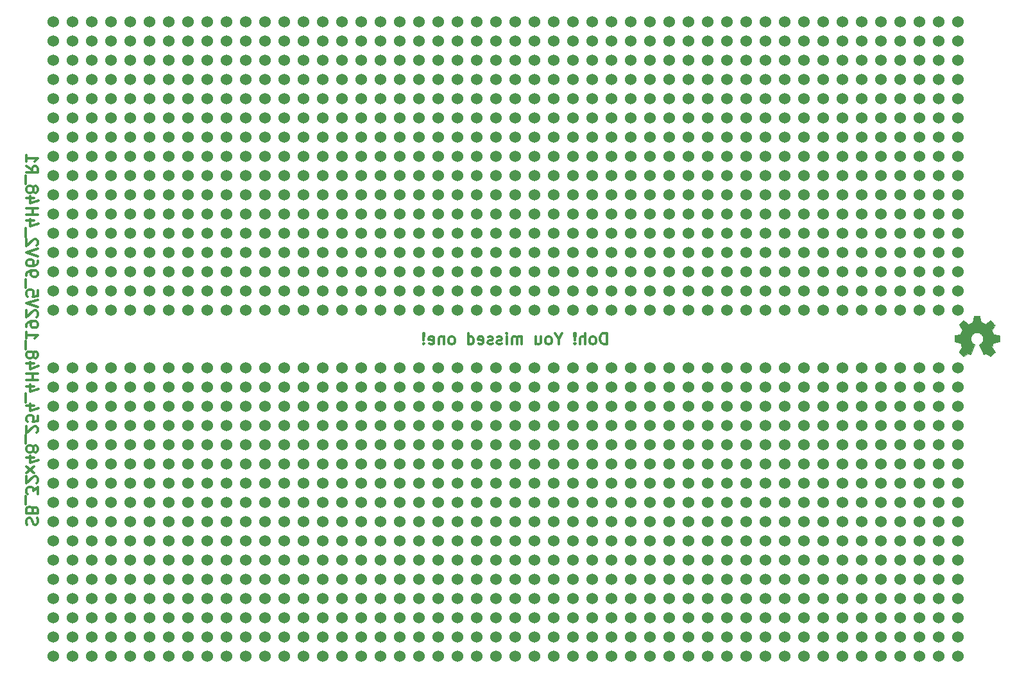
<source format=gbr>
%TF.GenerationSoftware,KiCad,Pcbnew,9.0.1*%
%TF.CreationDate,2025-05-06T23:53:55-04:00*%
%TF.ProjectId,KiCad_Stripboard,4b694361-645f-4537-9472-6970626f6172,rev?*%
%TF.SameCoordinates,Original*%
%TF.FileFunction,Copper,L2,Bot*%
%TF.FilePolarity,Positive*%
%FSLAX46Y46*%
G04 Gerber Fmt 4.6, Leading zero omitted, Abs format (unit mm)*
G04 Created by KiCad (PCBNEW 9.0.1) date 2025-05-06 23:53:55*
%MOMM*%
%LPD*%
G01*
G04 APERTURE LIST*
%ADD10C,0.300000*%
%TA.AperFunction,NonConductor*%
%ADD11C,0.300000*%
%TD*%
%TA.AperFunction,EtchedComponent*%
%ADD12C,0.044242*%
%TD*%
%TA.AperFunction,ViaPad*%
%ADD13C,1.524000*%
%TD*%
G04 APERTURE END LIST*
D10*
D11*
X74893100Y-119892851D02*
X74821671Y-119678566D01*
X74821671Y-119678566D02*
X74821671Y-119321423D01*
X74821671Y-119321423D02*
X74893100Y-119178566D01*
X74893100Y-119178566D02*
X74964528Y-119107137D01*
X74964528Y-119107137D02*
X75107385Y-119035708D01*
X75107385Y-119035708D02*
X75250242Y-119035708D01*
X75250242Y-119035708D02*
X75393100Y-119107137D01*
X75393100Y-119107137D02*
X75464528Y-119178566D01*
X75464528Y-119178566D02*
X75535957Y-119321423D01*
X75535957Y-119321423D02*
X75607385Y-119607137D01*
X75607385Y-119607137D02*
X75678814Y-119749994D01*
X75678814Y-119749994D02*
X75750242Y-119821423D01*
X75750242Y-119821423D02*
X75893100Y-119892851D01*
X75893100Y-119892851D02*
X76035957Y-119892851D01*
X76035957Y-119892851D02*
X76178814Y-119821423D01*
X76178814Y-119821423D02*
X76250242Y-119749994D01*
X76250242Y-119749994D02*
X76321671Y-119607137D01*
X76321671Y-119607137D02*
X76321671Y-119249994D01*
X76321671Y-119249994D02*
X76250242Y-119035708D01*
X75607385Y-117892852D02*
X75535957Y-117678566D01*
X75535957Y-117678566D02*
X75464528Y-117607137D01*
X75464528Y-117607137D02*
X75321671Y-117535709D01*
X75321671Y-117535709D02*
X75107385Y-117535709D01*
X75107385Y-117535709D02*
X74964528Y-117607137D01*
X74964528Y-117607137D02*
X74893100Y-117678566D01*
X74893100Y-117678566D02*
X74821671Y-117821423D01*
X74821671Y-117821423D02*
X74821671Y-118392852D01*
X74821671Y-118392852D02*
X76321671Y-118392852D01*
X76321671Y-118392852D02*
X76321671Y-117892852D01*
X76321671Y-117892852D02*
X76250242Y-117749995D01*
X76250242Y-117749995D02*
X76178814Y-117678566D01*
X76178814Y-117678566D02*
X76035957Y-117607137D01*
X76035957Y-117607137D02*
X75893100Y-117607137D01*
X75893100Y-117607137D02*
X75750242Y-117678566D01*
X75750242Y-117678566D02*
X75678814Y-117749995D01*
X75678814Y-117749995D02*
X75607385Y-117892852D01*
X75607385Y-117892852D02*
X75607385Y-118392852D01*
X74678814Y-117249995D02*
X74678814Y-116107137D01*
X76321671Y-115892852D02*
X76321671Y-114964280D01*
X76321671Y-114964280D02*
X75750242Y-115464280D01*
X75750242Y-115464280D02*
X75750242Y-115249995D01*
X75750242Y-115249995D02*
X75678814Y-115107138D01*
X75678814Y-115107138D02*
X75607385Y-115035709D01*
X75607385Y-115035709D02*
X75464528Y-114964280D01*
X75464528Y-114964280D02*
X75107385Y-114964280D01*
X75107385Y-114964280D02*
X74964528Y-115035709D01*
X74964528Y-115035709D02*
X74893100Y-115107138D01*
X74893100Y-115107138D02*
X74821671Y-115249995D01*
X74821671Y-115249995D02*
X74821671Y-115678566D01*
X74821671Y-115678566D02*
X74893100Y-115821423D01*
X74893100Y-115821423D02*
X74964528Y-115892852D01*
X76178814Y-114392852D02*
X76250242Y-114321424D01*
X76250242Y-114321424D02*
X76321671Y-114178567D01*
X76321671Y-114178567D02*
X76321671Y-113821424D01*
X76321671Y-113821424D02*
X76250242Y-113678567D01*
X76250242Y-113678567D02*
X76178814Y-113607138D01*
X76178814Y-113607138D02*
X76035957Y-113535709D01*
X76035957Y-113535709D02*
X75893100Y-113535709D01*
X75893100Y-113535709D02*
X75678814Y-113607138D01*
X75678814Y-113607138D02*
X74821671Y-114464281D01*
X74821671Y-114464281D02*
X74821671Y-113535709D01*
X74821671Y-113035710D02*
X75821671Y-112249996D01*
X75821671Y-113035710D02*
X74821671Y-112249996D01*
X75821671Y-111035710D02*
X74821671Y-111035710D01*
X76393100Y-111392852D02*
X75321671Y-111749995D01*
X75321671Y-111749995D02*
X75321671Y-110821424D01*
X75678814Y-110035710D02*
X75750242Y-110178567D01*
X75750242Y-110178567D02*
X75821671Y-110249996D01*
X75821671Y-110249996D02*
X75964528Y-110321424D01*
X75964528Y-110321424D02*
X76035957Y-110321424D01*
X76035957Y-110321424D02*
X76178814Y-110249996D01*
X76178814Y-110249996D02*
X76250242Y-110178567D01*
X76250242Y-110178567D02*
X76321671Y-110035710D01*
X76321671Y-110035710D02*
X76321671Y-109749996D01*
X76321671Y-109749996D02*
X76250242Y-109607139D01*
X76250242Y-109607139D02*
X76178814Y-109535710D01*
X76178814Y-109535710D02*
X76035957Y-109464281D01*
X76035957Y-109464281D02*
X75964528Y-109464281D01*
X75964528Y-109464281D02*
X75821671Y-109535710D01*
X75821671Y-109535710D02*
X75750242Y-109607139D01*
X75750242Y-109607139D02*
X75678814Y-109749996D01*
X75678814Y-109749996D02*
X75678814Y-110035710D01*
X75678814Y-110035710D02*
X75607385Y-110178567D01*
X75607385Y-110178567D02*
X75535957Y-110249996D01*
X75535957Y-110249996D02*
X75393100Y-110321424D01*
X75393100Y-110321424D02*
X75107385Y-110321424D01*
X75107385Y-110321424D02*
X74964528Y-110249996D01*
X74964528Y-110249996D02*
X74893100Y-110178567D01*
X74893100Y-110178567D02*
X74821671Y-110035710D01*
X74821671Y-110035710D02*
X74821671Y-109749996D01*
X74821671Y-109749996D02*
X74893100Y-109607139D01*
X74893100Y-109607139D02*
X74964528Y-109535710D01*
X74964528Y-109535710D02*
X75107385Y-109464281D01*
X75107385Y-109464281D02*
X75393100Y-109464281D01*
X75393100Y-109464281D02*
X75535957Y-109535710D01*
X75535957Y-109535710D02*
X75607385Y-109607139D01*
X75607385Y-109607139D02*
X75678814Y-109749996D01*
X74678814Y-109178568D02*
X74678814Y-108035710D01*
X76178814Y-107749996D02*
X76250242Y-107678568D01*
X76250242Y-107678568D02*
X76321671Y-107535711D01*
X76321671Y-107535711D02*
X76321671Y-107178568D01*
X76321671Y-107178568D02*
X76250242Y-107035711D01*
X76250242Y-107035711D02*
X76178814Y-106964282D01*
X76178814Y-106964282D02*
X76035957Y-106892853D01*
X76035957Y-106892853D02*
X75893100Y-106892853D01*
X75893100Y-106892853D02*
X75678814Y-106964282D01*
X75678814Y-106964282D02*
X74821671Y-107821425D01*
X74821671Y-107821425D02*
X74821671Y-106892853D01*
X76321671Y-105535711D02*
X76321671Y-106249997D01*
X76321671Y-106249997D02*
X75607385Y-106321425D01*
X75607385Y-106321425D02*
X75678814Y-106249997D01*
X75678814Y-106249997D02*
X75750242Y-106107140D01*
X75750242Y-106107140D02*
X75750242Y-105749997D01*
X75750242Y-105749997D02*
X75678814Y-105607140D01*
X75678814Y-105607140D02*
X75607385Y-105535711D01*
X75607385Y-105535711D02*
X75464528Y-105464282D01*
X75464528Y-105464282D02*
X75107385Y-105464282D01*
X75107385Y-105464282D02*
X74964528Y-105535711D01*
X74964528Y-105535711D02*
X74893100Y-105607140D01*
X74893100Y-105607140D02*
X74821671Y-105749997D01*
X74821671Y-105749997D02*
X74821671Y-106107140D01*
X74821671Y-106107140D02*
X74893100Y-106249997D01*
X74893100Y-106249997D02*
X74964528Y-106321425D01*
X75821671Y-104178569D02*
X74821671Y-104178569D01*
X76393100Y-104535711D02*
X75321671Y-104892854D01*
X75321671Y-104892854D02*
X75321671Y-103964283D01*
X74678814Y-103749998D02*
X74678814Y-102607140D01*
X75821671Y-101607141D02*
X74821671Y-101607141D01*
X76393100Y-101964283D02*
X75321671Y-102321426D01*
X75321671Y-102321426D02*
X75321671Y-101392855D01*
X74821671Y-100821427D02*
X76321671Y-100821427D01*
X75607385Y-100821427D02*
X75607385Y-99964284D01*
X74821671Y-99964284D02*
X76321671Y-99964284D01*
X75821671Y-98607141D02*
X74821671Y-98607141D01*
X76393100Y-98964283D02*
X75321671Y-99321426D01*
X75321671Y-99321426D02*
X75321671Y-98392855D01*
X75678814Y-97607141D02*
X75750242Y-97749998D01*
X75750242Y-97749998D02*
X75821671Y-97821427D01*
X75821671Y-97821427D02*
X75964528Y-97892855D01*
X75964528Y-97892855D02*
X76035957Y-97892855D01*
X76035957Y-97892855D02*
X76178814Y-97821427D01*
X76178814Y-97821427D02*
X76250242Y-97749998D01*
X76250242Y-97749998D02*
X76321671Y-97607141D01*
X76321671Y-97607141D02*
X76321671Y-97321427D01*
X76321671Y-97321427D02*
X76250242Y-97178570D01*
X76250242Y-97178570D02*
X76178814Y-97107141D01*
X76178814Y-97107141D02*
X76035957Y-97035712D01*
X76035957Y-97035712D02*
X75964528Y-97035712D01*
X75964528Y-97035712D02*
X75821671Y-97107141D01*
X75821671Y-97107141D02*
X75750242Y-97178570D01*
X75750242Y-97178570D02*
X75678814Y-97321427D01*
X75678814Y-97321427D02*
X75678814Y-97607141D01*
X75678814Y-97607141D02*
X75607385Y-97749998D01*
X75607385Y-97749998D02*
X75535957Y-97821427D01*
X75535957Y-97821427D02*
X75393100Y-97892855D01*
X75393100Y-97892855D02*
X75107385Y-97892855D01*
X75107385Y-97892855D02*
X74964528Y-97821427D01*
X74964528Y-97821427D02*
X74893100Y-97749998D01*
X74893100Y-97749998D02*
X74821671Y-97607141D01*
X74821671Y-97607141D02*
X74821671Y-97321427D01*
X74821671Y-97321427D02*
X74893100Y-97178570D01*
X74893100Y-97178570D02*
X74964528Y-97107141D01*
X74964528Y-97107141D02*
X75107385Y-97035712D01*
X75107385Y-97035712D02*
X75393100Y-97035712D01*
X75393100Y-97035712D02*
X75535957Y-97107141D01*
X75535957Y-97107141D02*
X75607385Y-97178570D01*
X75607385Y-97178570D02*
X75678814Y-97321427D01*
X74678814Y-96749999D02*
X74678814Y-95607141D01*
X74821671Y-94464284D02*
X74821671Y-95321427D01*
X74821671Y-94892856D02*
X76321671Y-94892856D01*
X76321671Y-94892856D02*
X76107385Y-95035713D01*
X76107385Y-95035713D02*
X75964528Y-95178570D01*
X75964528Y-95178570D02*
X75893100Y-95321427D01*
X74821671Y-93749999D02*
X74821671Y-93464285D01*
X74821671Y-93464285D02*
X74893100Y-93321428D01*
X74893100Y-93321428D02*
X74964528Y-93249999D01*
X74964528Y-93249999D02*
X75178814Y-93107142D01*
X75178814Y-93107142D02*
X75464528Y-93035713D01*
X75464528Y-93035713D02*
X76035957Y-93035713D01*
X76035957Y-93035713D02*
X76178814Y-93107142D01*
X76178814Y-93107142D02*
X76250242Y-93178571D01*
X76250242Y-93178571D02*
X76321671Y-93321428D01*
X76321671Y-93321428D02*
X76321671Y-93607142D01*
X76321671Y-93607142D02*
X76250242Y-93749999D01*
X76250242Y-93749999D02*
X76178814Y-93821428D01*
X76178814Y-93821428D02*
X76035957Y-93892856D01*
X76035957Y-93892856D02*
X75678814Y-93892856D01*
X75678814Y-93892856D02*
X75535957Y-93821428D01*
X75535957Y-93821428D02*
X75464528Y-93749999D01*
X75464528Y-93749999D02*
X75393100Y-93607142D01*
X75393100Y-93607142D02*
X75393100Y-93321428D01*
X75393100Y-93321428D02*
X75464528Y-93178571D01*
X75464528Y-93178571D02*
X75535957Y-93107142D01*
X75535957Y-93107142D02*
X75678814Y-93035713D01*
X76178814Y-92464285D02*
X76250242Y-92392857D01*
X76250242Y-92392857D02*
X76321671Y-92250000D01*
X76321671Y-92250000D02*
X76321671Y-91892857D01*
X76321671Y-91892857D02*
X76250242Y-91750000D01*
X76250242Y-91750000D02*
X76178814Y-91678571D01*
X76178814Y-91678571D02*
X76035957Y-91607142D01*
X76035957Y-91607142D02*
X75893100Y-91607142D01*
X75893100Y-91607142D02*
X75678814Y-91678571D01*
X75678814Y-91678571D02*
X74821671Y-92535714D01*
X74821671Y-92535714D02*
X74821671Y-91607142D01*
X76321671Y-91178571D02*
X74821671Y-90678571D01*
X74821671Y-90678571D02*
X76321671Y-90178571D01*
X76321671Y-88964286D02*
X76321671Y-89678572D01*
X76321671Y-89678572D02*
X75607385Y-89750000D01*
X75607385Y-89750000D02*
X75678814Y-89678572D01*
X75678814Y-89678572D02*
X75750242Y-89535715D01*
X75750242Y-89535715D02*
X75750242Y-89178572D01*
X75750242Y-89178572D02*
X75678814Y-89035715D01*
X75678814Y-89035715D02*
X75607385Y-88964286D01*
X75607385Y-88964286D02*
X75464528Y-88892857D01*
X75464528Y-88892857D02*
X75107385Y-88892857D01*
X75107385Y-88892857D02*
X74964528Y-88964286D01*
X74964528Y-88964286D02*
X74893100Y-89035715D01*
X74893100Y-89035715D02*
X74821671Y-89178572D01*
X74821671Y-89178572D02*
X74821671Y-89535715D01*
X74821671Y-89535715D02*
X74893100Y-89678572D01*
X74893100Y-89678572D02*
X74964528Y-89750000D01*
X74678814Y-88607144D02*
X74678814Y-87464286D01*
X74821671Y-87035715D02*
X74821671Y-86750001D01*
X74821671Y-86750001D02*
X74893100Y-86607144D01*
X74893100Y-86607144D02*
X74964528Y-86535715D01*
X74964528Y-86535715D02*
X75178814Y-86392858D01*
X75178814Y-86392858D02*
X75464528Y-86321429D01*
X75464528Y-86321429D02*
X76035957Y-86321429D01*
X76035957Y-86321429D02*
X76178814Y-86392858D01*
X76178814Y-86392858D02*
X76250242Y-86464287D01*
X76250242Y-86464287D02*
X76321671Y-86607144D01*
X76321671Y-86607144D02*
X76321671Y-86892858D01*
X76321671Y-86892858D02*
X76250242Y-87035715D01*
X76250242Y-87035715D02*
X76178814Y-87107144D01*
X76178814Y-87107144D02*
X76035957Y-87178572D01*
X76035957Y-87178572D02*
X75678814Y-87178572D01*
X75678814Y-87178572D02*
X75535957Y-87107144D01*
X75535957Y-87107144D02*
X75464528Y-87035715D01*
X75464528Y-87035715D02*
X75393100Y-86892858D01*
X75393100Y-86892858D02*
X75393100Y-86607144D01*
X75393100Y-86607144D02*
X75464528Y-86464287D01*
X75464528Y-86464287D02*
X75535957Y-86392858D01*
X75535957Y-86392858D02*
X75678814Y-86321429D01*
X76321671Y-85035716D02*
X76321671Y-85321430D01*
X76321671Y-85321430D02*
X76250242Y-85464287D01*
X76250242Y-85464287D02*
X76178814Y-85535716D01*
X76178814Y-85535716D02*
X75964528Y-85678573D01*
X75964528Y-85678573D02*
X75678814Y-85750001D01*
X75678814Y-85750001D02*
X75107385Y-85750001D01*
X75107385Y-85750001D02*
X74964528Y-85678573D01*
X74964528Y-85678573D02*
X74893100Y-85607144D01*
X74893100Y-85607144D02*
X74821671Y-85464287D01*
X74821671Y-85464287D02*
X74821671Y-85178573D01*
X74821671Y-85178573D02*
X74893100Y-85035716D01*
X74893100Y-85035716D02*
X74964528Y-84964287D01*
X74964528Y-84964287D02*
X75107385Y-84892858D01*
X75107385Y-84892858D02*
X75464528Y-84892858D01*
X75464528Y-84892858D02*
X75607385Y-84964287D01*
X75607385Y-84964287D02*
X75678814Y-85035716D01*
X75678814Y-85035716D02*
X75750242Y-85178573D01*
X75750242Y-85178573D02*
X75750242Y-85464287D01*
X75750242Y-85464287D02*
X75678814Y-85607144D01*
X75678814Y-85607144D02*
X75607385Y-85678573D01*
X75607385Y-85678573D02*
X75464528Y-85750001D01*
X76321671Y-84464287D02*
X74821671Y-83964287D01*
X74821671Y-83964287D02*
X76321671Y-83464287D01*
X76178814Y-83035716D02*
X76250242Y-82964288D01*
X76250242Y-82964288D02*
X76321671Y-82821431D01*
X76321671Y-82821431D02*
X76321671Y-82464288D01*
X76321671Y-82464288D02*
X76250242Y-82321431D01*
X76250242Y-82321431D02*
X76178814Y-82250002D01*
X76178814Y-82250002D02*
X76035957Y-82178573D01*
X76035957Y-82178573D02*
X75893100Y-82178573D01*
X75893100Y-82178573D02*
X75678814Y-82250002D01*
X75678814Y-82250002D02*
X74821671Y-83107145D01*
X74821671Y-83107145D02*
X74821671Y-82178573D01*
X74678814Y-81892860D02*
X74678814Y-80750002D01*
X75821671Y-79750003D02*
X74821671Y-79750003D01*
X76393100Y-80107145D02*
X75321671Y-80464288D01*
X75321671Y-80464288D02*
X75321671Y-79535717D01*
X74821671Y-78964289D02*
X76321671Y-78964289D01*
X75607385Y-78964289D02*
X75607385Y-78107146D01*
X74821671Y-78107146D02*
X76321671Y-78107146D01*
X75821671Y-76750003D02*
X74821671Y-76750003D01*
X76393100Y-77107145D02*
X75321671Y-77464288D01*
X75321671Y-77464288D02*
X75321671Y-76535717D01*
X75678814Y-75750003D02*
X75750242Y-75892860D01*
X75750242Y-75892860D02*
X75821671Y-75964289D01*
X75821671Y-75964289D02*
X75964528Y-76035717D01*
X75964528Y-76035717D02*
X76035957Y-76035717D01*
X76035957Y-76035717D02*
X76178814Y-75964289D01*
X76178814Y-75964289D02*
X76250242Y-75892860D01*
X76250242Y-75892860D02*
X76321671Y-75750003D01*
X76321671Y-75750003D02*
X76321671Y-75464289D01*
X76321671Y-75464289D02*
X76250242Y-75321432D01*
X76250242Y-75321432D02*
X76178814Y-75250003D01*
X76178814Y-75250003D02*
X76035957Y-75178574D01*
X76035957Y-75178574D02*
X75964528Y-75178574D01*
X75964528Y-75178574D02*
X75821671Y-75250003D01*
X75821671Y-75250003D02*
X75750242Y-75321432D01*
X75750242Y-75321432D02*
X75678814Y-75464289D01*
X75678814Y-75464289D02*
X75678814Y-75750003D01*
X75678814Y-75750003D02*
X75607385Y-75892860D01*
X75607385Y-75892860D02*
X75535957Y-75964289D01*
X75535957Y-75964289D02*
X75393100Y-76035717D01*
X75393100Y-76035717D02*
X75107385Y-76035717D01*
X75107385Y-76035717D02*
X74964528Y-75964289D01*
X74964528Y-75964289D02*
X74893100Y-75892860D01*
X74893100Y-75892860D02*
X74821671Y-75750003D01*
X74821671Y-75750003D02*
X74821671Y-75464289D01*
X74821671Y-75464289D02*
X74893100Y-75321432D01*
X74893100Y-75321432D02*
X74964528Y-75250003D01*
X74964528Y-75250003D02*
X75107385Y-75178574D01*
X75107385Y-75178574D02*
X75393100Y-75178574D01*
X75393100Y-75178574D02*
X75535957Y-75250003D01*
X75535957Y-75250003D02*
X75607385Y-75321432D01*
X75607385Y-75321432D02*
X75678814Y-75464289D01*
X74678814Y-74892861D02*
X74678814Y-73750003D01*
X74821671Y-72535718D02*
X75535957Y-73035718D01*
X74821671Y-73392861D02*
X76321671Y-73392861D01*
X76321671Y-73392861D02*
X76321671Y-72821432D01*
X76321671Y-72821432D02*
X76250242Y-72678575D01*
X76250242Y-72678575D02*
X76178814Y-72607146D01*
X76178814Y-72607146D02*
X76035957Y-72535718D01*
X76035957Y-72535718D02*
X75821671Y-72535718D01*
X75821671Y-72535718D02*
X75678814Y-72607146D01*
X75678814Y-72607146D02*
X75607385Y-72678575D01*
X75607385Y-72678575D02*
X75535957Y-72821432D01*
X75535957Y-72821432D02*
X75535957Y-73392861D01*
X74821671Y-71107146D02*
X74821671Y-71964289D01*
X74821671Y-71535718D02*
X76321671Y-71535718D01*
X76321671Y-71535718D02*
X76107385Y-71678575D01*
X76107385Y-71678575D02*
X75964528Y-71821432D01*
X75964528Y-71821432D02*
X75893100Y-71964289D01*
D10*
D11*
X151371429Y-96078328D02*
X151371429Y-94578328D01*
X151371429Y-94578328D02*
X151014286Y-94578328D01*
X151014286Y-94578328D02*
X150800000Y-94649757D01*
X150800000Y-94649757D02*
X150657143Y-94792614D01*
X150657143Y-94792614D02*
X150585714Y-94935471D01*
X150585714Y-94935471D02*
X150514286Y-95221185D01*
X150514286Y-95221185D02*
X150514286Y-95435471D01*
X150514286Y-95435471D02*
X150585714Y-95721185D01*
X150585714Y-95721185D02*
X150657143Y-95864042D01*
X150657143Y-95864042D02*
X150800000Y-96006900D01*
X150800000Y-96006900D02*
X151014286Y-96078328D01*
X151014286Y-96078328D02*
X151371429Y-96078328D01*
X149657143Y-96078328D02*
X149800000Y-96006900D01*
X149800000Y-96006900D02*
X149871429Y-95935471D01*
X149871429Y-95935471D02*
X149942857Y-95792614D01*
X149942857Y-95792614D02*
X149942857Y-95364042D01*
X149942857Y-95364042D02*
X149871429Y-95221185D01*
X149871429Y-95221185D02*
X149800000Y-95149757D01*
X149800000Y-95149757D02*
X149657143Y-95078328D01*
X149657143Y-95078328D02*
X149442857Y-95078328D01*
X149442857Y-95078328D02*
X149300000Y-95149757D01*
X149300000Y-95149757D02*
X149228572Y-95221185D01*
X149228572Y-95221185D02*
X149157143Y-95364042D01*
X149157143Y-95364042D02*
X149157143Y-95792614D01*
X149157143Y-95792614D02*
X149228572Y-95935471D01*
X149228572Y-95935471D02*
X149300000Y-96006900D01*
X149300000Y-96006900D02*
X149442857Y-96078328D01*
X149442857Y-96078328D02*
X149657143Y-96078328D01*
X148514286Y-96078328D02*
X148514286Y-94578328D01*
X147871429Y-96078328D02*
X147871429Y-95292614D01*
X147871429Y-95292614D02*
X147942857Y-95149757D01*
X147942857Y-95149757D02*
X148085714Y-95078328D01*
X148085714Y-95078328D02*
X148300000Y-95078328D01*
X148300000Y-95078328D02*
X148442857Y-95149757D01*
X148442857Y-95149757D02*
X148514286Y-95221185D01*
X147157143Y-95935471D02*
X147085714Y-96006900D01*
X147085714Y-96006900D02*
X147157143Y-96078328D01*
X147157143Y-96078328D02*
X147228571Y-96006900D01*
X147228571Y-96006900D02*
X147157143Y-95935471D01*
X147157143Y-95935471D02*
X147157143Y-96078328D01*
X147157143Y-95506900D02*
X147228571Y-94649757D01*
X147228571Y-94649757D02*
X147157143Y-94578328D01*
X147157143Y-94578328D02*
X147085714Y-94649757D01*
X147085714Y-94649757D02*
X147157143Y-95506900D01*
X147157143Y-95506900D02*
X147157143Y-94578328D01*
X145014285Y-95364042D02*
X145014285Y-96078328D01*
X145514285Y-94578328D02*
X145014285Y-95364042D01*
X145014285Y-95364042D02*
X144514285Y-94578328D01*
X143800000Y-96078328D02*
X143942857Y-96006900D01*
X143942857Y-96006900D02*
X144014286Y-95935471D01*
X144014286Y-95935471D02*
X144085714Y-95792614D01*
X144085714Y-95792614D02*
X144085714Y-95364042D01*
X144085714Y-95364042D02*
X144014286Y-95221185D01*
X144014286Y-95221185D02*
X143942857Y-95149757D01*
X143942857Y-95149757D02*
X143800000Y-95078328D01*
X143800000Y-95078328D02*
X143585714Y-95078328D01*
X143585714Y-95078328D02*
X143442857Y-95149757D01*
X143442857Y-95149757D02*
X143371429Y-95221185D01*
X143371429Y-95221185D02*
X143300000Y-95364042D01*
X143300000Y-95364042D02*
X143300000Y-95792614D01*
X143300000Y-95792614D02*
X143371429Y-95935471D01*
X143371429Y-95935471D02*
X143442857Y-96006900D01*
X143442857Y-96006900D02*
X143585714Y-96078328D01*
X143585714Y-96078328D02*
X143800000Y-96078328D01*
X142014286Y-95078328D02*
X142014286Y-96078328D01*
X142657143Y-95078328D02*
X142657143Y-95864042D01*
X142657143Y-95864042D02*
X142585714Y-96006900D01*
X142585714Y-96006900D02*
X142442857Y-96078328D01*
X142442857Y-96078328D02*
X142228571Y-96078328D01*
X142228571Y-96078328D02*
X142085714Y-96006900D01*
X142085714Y-96006900D02*
X142014286Y-95935471D01*
X140157143Y-96078328D02*
X140157143Y-95078328D01*
X140157143Y-95221185D02*
X140085714Y-95149757D01*
X140085714Y-95149757D02*
X139942857Y-95078328D01*
X139942857Y-95078328D02*
X139728571Y-95078328D01*
X139728571Y-95078328D02*
X139585714Y-95149757D01*
X139585714Y-95149757D02*
X139514286Y-95292614D01*
X139514286Y-95292614D02*
X139514286Y-96078328D01*
X139514286Y-95292614D02*
X139442857Y-95149757D01*
X139442857Y-95149757D02*
X139300000Y-95078328D01*
X139300000Y-95078328D02*
X139085714Y-95078328D01*
X139085714Y-95078328D02*
X138942857Y-95149757D01*
X138942857Y-95149757D02*
X138871428Y-95292614D01*
X138871428Y-95292614D02*
X138871428Y-96078328D01*
X138157143Y-96078328D02*
X138157143Y-95078328D01*
X138157143Y-94578328D02*
X138228571Y-94649757D01*
X138228571Y-94649757D02*
X138157143Y-94721185D01*
X138157143Y-94721185D02*
X138085714Y-94649757D01*
X138085714Y-94649757D02*
X138157143Y-94578328D01*
X138157143Y-94578328D02*
X138157143Y-94721185D01*
X137514285Y-96006900D02*
X137371428Y-96078328D01*
X137371428Y-96078328D02*
X137085714Y-96078328D01*
X137085714Y-96078328D02*
X136942857Y-96006900D01*
X136942857Y-96006900D02*
X136871428Y-95864042D01*
X136871428Y-95864042D02*
X136871428Y-95792614D01*
X136871428Y-95792614D02*
X136942857Y-95649757D01*
X136942857Y-95649757D02*
X137085714Y-95578328D01*
X137085714Y-95578328D02*
X137300000Y-95578328D01*
X137300000Y-95578328D02*
X137442857Y-95506900D01*
X137442857Y-95506900D02*
X137514285Y-95364042D01*
X137514285Y-95364042D02*
X137514285Y-95292614D01*
X137514285Y-95292614D02*
X137442857Y-95149757D01*
X137442857Y-95149757D02*
X137300000Y-95078328D01*
X137300000Y-95078328D02*
X137085714Y-95078328D01*
X137085714Y-95078328D02*
X136942857Y-95149757D01*
X136299999Y-96006900D02*
X136157142Y-96078328D01*
X136157142Y-96078328D02*
X135871428Y-96078328D01*
X135871428Y-96078328D02*
X135728571Y-96006900D01*
X135728571Y-96006900D02*
X135657142Y-95864042D01*
X135657142Y-95864042D02*
X135657142Y-95792614D01*
X135657142Y-95792614D02*
X135728571Y-95649757D01*
X135728571Y-95649757D02*
X135871428Y-95578328D01*
X135871428Y-95578328D02*
X136085714Y-95578328D01*
X136085714Y-95578328D02*
X136228571Y-95506900D01*
X136228571Y-95506900D02*
X136299999Y-95364042D01*
X136299999Y-95364042D02*
X136299999Y-95292614D01*
X136299999Y-95292614D02*
X136228571Y-95149757D01*
X136228571Y-95149757D02*
X136085714Y-95078328D01*
X136085714Y-95078328D02*
X135871428Y-95078328D01*
X135871428Y-95078328D02*
X135728571Y-95149757D01*
X134442856Y-96006900D02*
X134585713Y-96078328D01*
X134585713Y-96078328D02*
X134871428Y-96078328D01*
X134871428Y-96078328D02*
X135014285Y-96006900D01*
X135014285Y-96006900D02*
X135085713Y-95864042D01*
X135085713Y-95864042D02*
X135085713Y-95292614D01*
X135085713Y-95292614D02*
X135014285Y-95149757D01*
X135014285Y-95149757D02*
X134871428Y-95078328D01*
X134871428Y-95078328D02*
X134585713Y-95078328D01*
X134585713Y-95078328D02*
X134442856Y-95149757D01*
X134442856Y-95149757D02*
X134371428Y-95292614D01*
X134371428Y-95292614D02*
X134371428Y-95435471D01*
X134371428Y-95435471D02*
X135085713Y-95578328D01*
X133085714Y-96078328D02*
X133085714Y-94578328D01*
X133085714Y-96006900D02*
X133228571Y-96078328D01*
X133228571Y-96078328D02*
X133514285Y-96078328D01*
X133514285Y-96078328D02*
X133657142Y-96006900D01*
X133657142Y-96006900D02*
X133728571Y-95935471D01*
X133728571Y-95935471D02*
X133799999Y-95792614D01*
X133799999Y-95792614D02*
X133799999Y-95364042D01*
X133799999Y-95364042D02*
X133728571Y-95221185D01*
X133728571Y-95221185D02*
X133657142Y-95149757D01*
X133657142Y-95149757D02*
X133514285Y-95078328D01*
X133514285Y-95078328D02*
X133228571Y-95078328D01*
X133228571Y-95078328D02*
X133085714Y-95149757D01*
X131014285Y-96078328D02*
X131157142Y-96006900D01*
X131157142Y-96006900D02*
X131228571Y-95935471D01*
X131228571Y-95935471D02*
X131299999Y-95792614D01*
X131299999Y-95792614D02*
X131299999Y-95364042D01*
X131299999Y-95364042D02*
X131228571Y-95221185D01*
X131228571Y-95221185D02*
X131157142Y-95149757D01*
X131157142Y-95149757D02*
X131014285Y-95078328D01*
X131014285Y-95078328D02*
X130799999Y-95078328D01*
X130799999Y-95078328D02*
X130657142Y-95149757D01*
X130657142Y-95149757D02*
X130585714Y-95221185D01*
X130585714Y-95221185D02*
X130514285Y-95364042D01*
X130514285Y-95364042D02*
X130514285Y-95792614D01*
X130514285Y-95792614D02*
X130585714Y-95935471D01*
X130585714Y-95935471D02*
X130657142Y-96006900D01*
X130657142Y-96006900D02*
X130799999Y-96078328D01*
X130799999Y-96078328D02*
X131014285Y-96078328D01*
X129871428Y-95078328D02*
X129871428Y-96078328D01*
X129871428Y-95221185D02*
X129799999Y-95149757D01*
X129799999Y-95149757D02*
X129657142Y-95078328D01*
X129657142Y-95078328D02*
X129442856Y-95078328D01*
X129442856Y-95078328D02*
X129299999Y-95149757D01*
X129299999Y-95149757D02*
X129228571Y-95292614D01*
X129228571Y-95292614D02*
X129228571Y-96078328D01*
X127942856Y-96006900D02*
X128085713Y-96078328D01*
X128085713Y-96078328D02*
X128371428Y-96078328D01*
X128371428Y-96078328D02*
X128514285Y-96006900D01*
X128514285Y-96006900D02*
X128585713Y-95864042D01*
X128585713Y-95864042D02*
X128585713Y-95292614D01*
X128585713Y-95292614D02*
X128514285Y-95149757D01*
X128514285Y-95149757D02*
X128371428Y-95078328D01*
X128371428Y-95078328D02*
X128085713Y-95078328D01*
X128085713Y-95078328D02*
X127942856Y-95149757D01*
X127942856Y-95149757D02*
X127871428Y-95292614D01*
X127871428Y-95292614D02*
X127871428Y-95435471D01*
X127871428Y-95435471D02*
X128585713Y-95578328D01*
X127228571Y-95935471D02*
X127157142Y-96006900D01*
X127157142Y-96006900D02*
X127228571Y-96078328D01*
X127228571Y-96078328D02*
X127299999Y-96006900D01*
X127299999Y-96006900D02*
X127228571Y-95935471D01*
X127228571Y-95935471D02*
X127228571Y-96078328D01*
X127228571Y-95506900D02*
X127299999Y-94649757D01*
X127299999Y-94649757D02*
X127228571Y-94578328D01*
X127228571Y-94578328D02*
X127157142Y-94649757D01*
X127157142Y-94649757D02*
X127228571Y-95506900D01*
X127228571Y-95506900D02*
X127228571Y-94578328D01*
D12*
%TO.C,Ref\u002A\u002A*%
X200601025Y-92358788D02*
X200602709Y-92358913D01*
X200604385Y-92359119D01*
X200606050Y-92359404D01*
X200607702Y-92359765D01*
X200609338Y-92360201D01*
X200610955Y-92360710D01*
X200612552Y-92361290D01*
X200614125Y-92361938D01*
X200615673Y-92362652D01*
X200617192Y-92363431D01*
X200618681Y-92364272D01*
X200620136Y-92365174D01*
X200621555Y-92366133D01*
X200622936Y-92367149D01*
X200624276Y-92368219D01*
X200625573Y-92369340D01*
X200626824Y-92370512D01*
X200628027Y-92371731D01*
X200629179Y-92372997D01*
X200630278Y-92374305D01*
X200631321Y-92375656D01*
X200632306Y-92377046D01*
X200633230Y-92378474D01*
X200634091Y-92379937D01*
X200634886Y-92381434D01*
X200635613Y-92382961D01*
X200636269Y-92384518D01*
X200636852Y-92386103D01*
X200637359Y-92387712D01*
X200637788Y-92389345D01*
X200638136Y-92390998D01*
X200778163Y-93143248D01*
X200778516Y-93144915D01*
X200778946Y-93146587D01*
X200780023Y-93149938D01*
X200781374Y-93153278D01*
X200782980Y-93156586D01*
X200784823Y-93159840D01*
X200786884Y-93163017D01*
X200789144Y-93166097D01*
X200791584Y-93169057D01*
X200794186Y-93171876D01*
X200796930Y-93174531D01*
X200799797Y-93177001D01*
X200802769Y-93179264D01*
X200805826Y-93181298D01*
X200808951Y-93183081D01*
X200810533Y-93183872D01*
X200812124Y-93184592D01*
X200813722Y-93185239D01*
X200815326Y-93185809D01*
X201319509Y-93392198D01*
X201322642Y-93393577D01*
X201325964Y-93394728D01*
X201329446Y-93395655D01*
X201333059Y-93396358D01*
X201336775Y-93396841D01*
X201340563Y-93397104D01*
X201344394Y-93397150D01*
X201348239Y-93396981D01*
X201352070Y-93396599D01*
X201355856Y-93396006D01*
X201359569Y-93395204D01*
X201363179Y-93394195D01*
X201366657Y-93392980D01*
X201369974Y-93391563D01*
X201373100Y-93389944D01*
X201376007Y-93388127D01*
X202004467Y-92956854D01*
X202005883Y-92955932D01*
X202007340Y-92955081D01*
X202008837Y-92954303D01*
X202010368Y-92953595D01*
X202011932Y-92952958D01*
X202013526Y-92952392D01*
X202015145Y-92951896D01*
X202016786Y-92951470D01*
X202018448Y-92951114D01*
X202020125Y-92950828D01*
X202023516Y-92950461D01*
X202026934Y-92950370D01*
X202030354Y-92950550D01*
X202033749Y-92950999D01*
X202037093Y-92951716D01*
X202040363Y-92952698D01*
X202041961Y-92953287D01*
X202043531Y-92953942D01*
X202045069Y-92954662D01*
X202046573Y-92955447D01*
X202048038Y-92956296D01*
X202049462Y-92957210D01*
X202050841Y-92958187D01*
X202052173Y-92959228D01*
X202053454Y-92960332D01*
X202054681Y-92961500D01*
X202583949Y-93490768D01*
X202585116Y-93491995D01*
X202586219Y-93493276D01*
X202587259Y-93494608D01*
X202588234Y-93495989D01*
X202589146Y-93497414D01*
X202589993Y-93498880D01*
X202591492Y-93501924D01*
X202592731Y-93505096D01*
X202593707Y-93508369D01*
X202594419Y-93511718D01*
X202594864Y-93515117D01*
X202595040Y-93518541D01*
X202594946Y-93521963D01*
X202594580Y-93525358D01*
X202593939Y-93528700D01*
X202593022Y-93531964D01*
X202592459Y-93533559D01*
X202591827Y-93535124D01*
X202591124Y-93536656D01*
X202590351Y-93538153D01*
X202589508Y-93539611D01*
X202588593Y-93541027D01*
X202164843Y-94158647D01*
X202163019Y-94161566D01*
X202161401Y-94164698D01*
X202159989Y-94168013D01*
X202158787Y-94171483D01*
X202157795Y-94175080D01*
X202157016Y-94178776D01*
X202156450Y-94182541D01*
X202156101Y-94186348D01*
X202155970Y-94190167D01*
X202156059Y-94193972D01*
X202156368Y-94197732D01*
X202156901Y-94201420D01*
X202157659Y-94205007D01*
X202158644Y-94208465D01*
X202159857Y-94211764D01*
X202161300Y-94214878D01*
X202384237Y-94734989D01*
X202385510Y-94738182D01*
X202387075Y-94741347D01*
X202388910Y-94744463D01*
X202390994Y-94747513D01*
X202393303Y-94750477D01*
X202395815Y-94753336D01*
X202398509Y-94756071D01*
X202401363Y-94758664D01*
X202404354Y-94761096D01*
X202407461Y-94763348D01*
X202410660Y-94765400D01*
X202413931Y-94767235D01*
X202417251Y-94768833D01*
X202420598Y-94770176D01*
X202423949Y-94771244D01*
X202427283Y-94772019D01*
X203154581Y-94907268D01*
X203154580Y-94907268D01*
X203156229Y-94907624D01*
X203157858Y-94908060D01*
X203159464Y-94908574D01*
X203161045Y-94909162D01*
X203162599Y-94909823D01*
X203164123Y-94910555D01*
X203165617Y-94911354D01*
X203167078Y-94912218D01*
X203169890Y-94914133D01*
X203172545Y-94916279D01*
X203175026Y-94918637D01*
X203177315Y-94921188D01*
X203179396Y-94923911D01*
X203181253Y-94926787D01*
X203182868Y-94929796D01*
X203183580Y-94931345D01*
X203184226Y-94932920D01*
X203184803Y-94934518D01*
X203185309Y-94936137D01*
X203185742Y-94937775D01*
X203186101Y-94939429D01*
X203186382Y-94941096D01*
X203186585Y-94942775D01*
X203186706Y-94944463D01*
X203186745Y-94946157D01*
X203186656Y-95694690D01*
X203186614Y-95696380D01*
X203186488Y-95698066D01*
X203186281Y-95699743D01*
X203185996Y-95701409D01*
X203185633Y-95703063D01*
X203185196Y-95704701D01*
X203184686Y-95706321D01*
X203184105Y-95707921D01*
X203183456Y-95709497D01*
X203182740Y-95711048D01*
X203181960Y-95712570D01*
X203181117Y-95714062D01*
X203180215Y-95715520D01*
X203179254Y-95716943D01*
X203178237Y-95718327D01*
X203177166Y-95719671D01*
X203176044Y-95720971D01*
X203174871Y-95722225D01*
X203173651Y-95723430D01*
X203172386Y-95724585D01*
X203171077Y-95725686D01*
X203169726Y-95726730D01*
X203168336Y-95727717D01*
X203166909Y-95728642D01*
X203165447Y-95729503D01*
X203163952Y-95730298D01*
X203162426Y-95731024D01*
X203160871Y-95731679D01*
X203159289Y-95732260D01*
X203157683Y-95732765D01*
X203156054Y-95733191D01*
X203154404Y-95733535D01*
X202444982Y-95865553D01*
X202443311Y-95865896D01*
X202441638Y-95866315D01*
X202439963Y-95866810D01*
X202438290Y-95867377D01*
X202434960Y-95868720D01*
X202431669Y-95870323D01*
X202428437Y-95872168D01*
X202425286Y-95874236D01*
X202422238Y-95876506D01*
X202419313Y-95878959D01*
X202416533Y-95881576D01*
X202413919Y-95884337D01*
X202411492Y-95887224D01*
X202409274Y-95890215D01*
X202407285Y-95893293D01*
X202405546Y-95896438D01*
X202404080Y-95899630D01*
X202403455Y-95901237D01*
X202402907Y-95902849D01*
X202181432Y-96456097D01*
X202180061Y-96459244D01*
X202178919Y-96462576D01*
X202178002Y-96466066D01*
X202177309Y-96469684D01*
X202176836Y-96473401D01*
X202176583Y-96477189D01*
X202176546Y-96481018D01*
X202176724Y-96484860D01*
X202177114Y-96488685D01*
X202177713Y-96492466D01*
X202178521Y-96496173D01*
X202179533Y-96499778D01*
X202180748Y-96503251D01*
X202182165Y-96506564D01*
X202183779Y-96509688D01*
X202185590Y-96512594D01*
X202588591Y-97099820D01*
X202589513Y-97101236D01*
X202590364Y-97102694D01*
X202591143Y-97104192D01*
X202591851Y-97105725D01*
X202592487Y-97107291D01*
X202593054Y-97108886D01*
X202593550Y-97110508D01*
X202593976Y-97112153D01*
X202594332Y-97113817D01*
X202594619Y-97115498D01*
X202594985Y-97118897D01*
X202595077Y-97122323D01*
X202594897Y-97125751D01*
X202594447Y-97129154D01*
X202593730Y-97132507D01*
X202592749Y-97135784D01*
X202592159Y-97137386D01*
X202591504Y-97138959D01*
X202590784Y-97140500D01*
X202589999Y-97142006D01*
X202589150Y-97143474D01*
X202588237Y-97144900D01*
X202587259Y-97146281D01*
X202586218Y-97147614D01*
X202585114Y-97148896D01*
X202583947Y-97150123D01*
X202054589Y-97679392D01*
X202053370Y-97680551D01*
X202052096Y-97681648D01*
X202050770Y-97682682D01*
X202049395Y-97683653D01*
X202047976Y-97684560D01*
X202046514Y-97685404D01*
X202043477Y-97686899D01*
X202040310Y-97688136D01*
X202037041Y-97689113D01*
X202033694Y-97689826D01*
X202030295Y-97690274D01*
X202026871Y-97690455D01*
X202023448Y-97690366D01*
X202020051Y-97690005D01*
X202016707Y-97689369D01*
X202013441Y-97688456D01*
X202011846Y-97687896D01*
X202010280Y-97687265D01*
X202008747Y-97686564D01*
X202007249Y-97685792D01*
X202005791Y-97684949D01*
X202004375Y-97684035D01*
X201427501Y-97288112D01*
X201424602Y-97286307D01*
X201421496Y-97284723D01*
X201418212Y-97283362D01*
X201414779Y-97282225D01*
X201411225Y-97281312D01*
X201407577Y-97280623D01*
X201403865Y-97280160D01*
X201400116Y-97279922D01*
X201396359Y-97279910D01*
X201392621Y-97280125D01*
X201388932Y-97280567D01*
X201385320Y-97281237D01*
X201381812Y-97282135D01*
X201378437Y-97283263D01*
X201375223Y-97284619D01*
X201372199Y-97286205D01*
X201117807Y-97422028D01*
X201116286Y-97422752D01*
X201114752Y-97423388D01*
X201113208Y-97423937D01*
X201111657Y-97424401D01*
X201110102Y-97424781D01*
X201108544Y-97425076D01*
X201106986Y-97425290D01*
X201105432Y-97425421D01*
X201103884Y-97425473D01*
X201102345Y-97425444D01*
X201100816Y-97425337D01*
X201099302Y-97425152D01*
X201097804Y-97424890D01*
X201096325Y-97424553D01*
X201094868Y-97424141D01*
X201093435Y-97423655D01*
X201092030Y-97423096D01*
X201090654Y-97422465D01*
X201089310Y-97421763D01*
X201088002Y-97420992D01*
X201086731Y-97420151D01*
X201085501Y-97419243D01*
X201084314Y-97418267D01*
X201083172Y-97417226D01*
X201082078Y-97416119D01*
X201081036Y-97414948D01*
X201080047Y-97413714D01*
X201079114Y-97412418D01*
X201078240Y-97411061D01*
X201077428Y-97409644D01*
X201076680Y-97408167D01*
X201075999Y-97406632D01*
X200551508Y-96139183D01*
X200550901Y-96137607D01*
X200550375Y-96136006D01*
X200549928Y-96134384D01*
X200549560Y-96132745D01*
X200549269Y-96131090D01*
X200549054Y-96129424D01*
X200548914Y-96127749D01*
X200548849Y-96126068D01*
X200548857Y-96124384D01*
X200548937Y-96122700D01*
X200549088Y-96121020D01*
X200549310Y-96119345D01*
X200549600Y-96117680D01*
X200549959Y-96116027D01*
X200550385Y-96114389D01*
X200550877Y-96112770D01*
X200551434Y-96111172D01*
X200552055Y-96109598D01*
X200552739Y-96108051D01*
X200553485Y-96106535D01*
X200554292Y-96105052D01*
X200555159Y-96103605D01*
X200556085Y-96102198D01*
X200557069Y-96100833D01*
X200558110Y-96099513D01*
X200559207Y-96098242D01*
X200560358Y-96097022D01*
X200561564Y-96095857D01*
X200562822Y-96094749D01*
X200564132Y-96093702D01*
X200565493Y-96092717D01*
X200566904Y-96091800D01*
X200630568Y-96052823D01*
X200635151Y-96049904D01*
X200640043Y-96046573D01*
X200645153Y-96042902D01*
X200650389Y-96038964D01*
X200655657Y-96034830D01*
X200660867Y-96030574D01*
X200665926Y-96026269D01*
X200670740Y-96021986D01*
X200712885Y-95993139D01*
X200753106Y-95961818D01*
X200791295Y-95928132D01*
X200827340Y-95892191D01*
X200861132Y-95854103D01*
X200892562Y-95813978D01*
X200921520Y-95771925D01*
X200947895Y-95728052D01*
X200971579Y-95682470D01*
X200992461Y-95635287D01*
X201010432Y-95586613D01*
X201025381Y-95536556D01*
X201037200Y-95485225D01*
X201045777Y-95432731D01*
X201051005Y-95379181D01*
X201052771Y-95324686D01*
X201051694Y-95282086D01*
X201048498Y-95240045D01*
X201043233Y-95198616D01*
X201035954Y-95157850D01*
X201026710Y-95117799D01*
X201015556Y-95078516D01*
X201002541Y-95040052D01*
X200987720Y-95002460D01*
X200971142Y-94965791D01*
X200952862Y-94930097D01*
X200932930Y-94895430D01*
X200911398Y-94861843D01*
X200888320Y-94829388D01*
X200863745Y-94798116D01*
X200837728Y-94768079D01*
X200810319Y-94739330D01*
X200781571Y-94711920D01*
X200751535Y-94685902D01*
X200720265Y-94661327D01*
X200687811Y-94638247D01*
X200654225Y-94616715D01*
X200619561Y-94596783D01*
X200583869Y-94578502D01*
X200547202Y-94561924D01*
X200509612Y-94547102D01*
X200471151Y-94534088D01*
X200431870Y-94522933D01*
X200391823Y-94513690D01*
X200351060Y-94506410D01*
X200309634Y-94501146D01*
X200267597Y-94497949D01*
X200225001Y-94496872D01*
X200182405Y-94497949D01*
X200140367Y-94501146D01*
X200098941Y-94506410D01*
X200058177Y-94513690D01*
X200018129Y-94522933D01*
X199978847Y-94534088D01*
X199940384Y-94547102D01*
X199902793Y-94561924D01*
X199866124Y-94578502D01*
X199830431Y-94596783D01*
X199795764Y-94616715D01*
X199762177Y-94638247D01*
X199729721Y-94661326D01*
X199698448Y-94685901D01*
X199668411Y-94711920D01*
X199639660Y-94739329D01*
X199612250Y-94768079D01*
X199586230Y-94798115D01*
X199561654Y-94829388D01*
X199538573Y-94861843D01*
X199517040Y-94895430D01*
X199497106Y-94930096D01*
X199478824Y-94965790D01*
X199462245Y-95002459D01*
X199447422Y-95040052D01*
X199434406Y-95078516D01*
X199423250Y-95117799D01*
X199414006Y-95157850D01*
X199406725Y-95198616D01*
X199401461Y-95240045D01*
X199398264Y-95282086D01*
X199397186Y-95324686D01*
X199397630Y-95352045D01*
X199398954Y-95379181D01*
X199401142Y-95406081D01*
X199404182Y-95432731D01*
X199408060Y-95459117D01*
X199412762Y-95485225D01*
X199418274Y-95511043D01*
X199424582Y-95536556D01*
X199431674Y-95561750D01*
X199439535Y-95586613D01*
X199448150Y-95611130D01*
X199457508Y-95635287D01*
X199467593Y-95659072D01*
X199478393Y-95682470D01*
X199502079Y-95728052D01*
X199528456Y-95771925D01*
X199557415Y-95813978D01*
X199588845Y-95854103D01*
X199622636Y-95892191D01*
X199658679Y-95928132D01*
X199696863Y-95961818D01*
X199737079Y-95993139D01*
X199779216Y-96021986D01*
X199784058Y-96026269D01*
X199789134Y-96030575D01*
X199794354Y-96034830D01*
X199799628Y-96038964D01*
X199804868Y-96042902D01*
X199809982Y-96046573D01*
X199814882Y-96049904D01*
X199819477Y-96052823D01*
X199883141Y-96091800D01*
X199884560Y-96092718D01*
X199885928Y-96093702D01*
X199887244Y-96094749D01*
X199888508Y-96095857D01*
X199889719Y-96097023D01*
X199890875Y-96098243D01*
X199893019Y-96100833D01*
X199894934Y-96103606D01*
X199896610Y-96106536D01*
X199898041Y-96109599D01*
X199899218Y-96112771D01*
X199900133Y-96116028D01*
X199900778Y-96119346D01*
X199901146Y-96122701D01*
X199901228Y-96126068D01*
X199901016Y-96129424D01*
X199900797Y-96131091D01*
X199900502Y-96132745D01*
X199900130Y-96134385D01*
X199899679Y-96136006D01*
X199899149Y-96137607D01*
X199898538Y-96139183D01*
X199374003Y-97406587D01*
X199373321Y-97408121D01*
X199372573Y-97409598D01*
X199371760Y-97411016D01*
X199370885Y-97412374D01*
X199369952Y-97413671D01*
X199368962Y-97414906D01*
X199367918Y-97416077D01*
X199366823Y-97417185D01*
X199365680Y-97418228D01*
X199364492Y-97419205D01*
X199363260Y-97420115D01*
X199361988Y-97420958D01*
X199360678Y-97421731D01*
X199359333Y-97422434D01*
X199357956Y-97423066D01*
X199356550Y-97423626D01*
X199355116Y-97424113D01*
X199353658Y-97424526D01*
X199352179Y-97424865D01*
X199350680Y-97425127D01*
X199349166Y-97425312D01*
X199347637Y-97425420D01*
X199346098Y-97425448D01*
X199344550Y-97425396D01*
X199342997Y-97425264D01*
X199341441Y-97425049D01*
X199339885Y-97424751D01*
X199338331Y-97424370D01*
X199336783Y-97423903D01*
X199335242Y-97423350D01*
X199333712Y-97422711D01*
X199332194Y-97421983D01*
X199077802Y-97286160D01*
X199074786Y-97284576D01*
X199071577Y-97283223D01*
X199068206Y-97282099D01*
X199064701Y-97281204D01*
X199061089Y-97280537D01*
X199057400Y-97280097D01*
X199053662Y-97279885D01*
X199049903Y-97279899D01*
X199046151Y-97280138D01*
X199042436Y-97280602D01*
X199038786Y-97281290D01*
X199035229Y-97282201D01*
X199031793Y-97283336D01*
X199028507Y-97284692D01*
X199025400Y-97286269D01*
X199022500Y-97288067D01*
X198445671Y-97683990D01*
X198444251Y-97684904D01*
X198442789Y-97685747D01*
X198441289Y-97686519D01*
X198439753Y-97687221D01*
X198438185Y-97687852D01*
X198436588Y-97688413D01*
X198434965Y-97688904D01*
X198433320Y-97689325D01*
X198431655Y-97689677D01*
X198429974Y-97689961D01*
X198426576Y-97690322D01*
X198423153Y-97690411D01*
X198419729Y-97690230D01*
X198416330Y-97689781D01*
X198412983Y-97689067D01*
X198409712Y-97688091D01*
X198408114Y-97687505D01*
X198406544Y-97686854D01*
X198405007Y-97686138D01*
X198403504Y-97685358D01*
X198402041Y-97684515D01*
X198400619Y-97683607D01*
X198399242Y-97682636D01*
X198397913Y-97681602D01*
X198396635Y-97680506D01*
X198395413Y-97679346D01*
X197866056Y-97150077D01*
X197864892Y-97148850D01*
X197863792Y-97147569D01*
X197862755Y-97146236D01*
X197861781Y-97144855D01*
X197860870Y-97143429D01*
X197860024Y-97141961D01*
X197858524Y-97138914D01*
X197857283Y-97135739D01*
X197856304Y-97132462D01*
X197855588Y-97129109D01*
X197855139Y-97125706D01*
X197854959Y-97122278D01*
X197855049Y-97118852D01*
X197855413Y-97115453D01*
X197856052Y-97112108D01*
X197856969Y-97108841D01*
X197857532Y-97107246D01*
X197858166Y-97105680D01*
X197858870Y-97104146D01*
X197859646Y-97102649D01*
X197860492Y-97101191D01*
X197861410Y-97099775D01*
X198264368Y-96512548D01*
X198266194Y-96509643D01*
X198267820Y-96506519D01*
X198269246Y-96503206D01*
X198270469Y-96499733D01*
X198271486Y-96496128D01*
X198272297Y-96492421D01*
X198272898Y-96488640D01*
X198273289Y-96484814D01*
X198273466Y-96480972D01*
X198273428Y-96477143D01*
X198273173Y-96473356D01*
X198272699Y-96469639D01*
X198272004Y-96466021D01*
X198271085Y-96462531D01*
X198269942Y-96459198D01*
X198268571Y-96456052D01*
X198047095Y-95902804D01*
X198046549Y-95901192D01*
X198045927Y-95899584D01*
X198044463Y-95896393D01*
X198042723Y-95893248D01*
X198040731Y-95890170D01*
X198038507Y-95887178D01*
X198036073Y-95884292D01*
X198033452Y-95881530D01*
X198030664Y-95878913D01*
X198027731Y-95876460D01*
X198024676Y-95874190D01*
X198021519Y-95872122D01*
X198018282Y-95870277D01*
X198014988Y-95868674D01*
X198011658Y-95867331D01*
X198008313Y-95866269D01*
X198006643Y-95865850D01*
X198004976Y-95865507D01*
X197295553Y-95733489D01*
X197293899Y-95733145D01*
X197292267Y-95732719D01*
X197290657Y-95732214D01*
X197289073Y-95731633D01*
X197287516Y-95730978D01*
X197285988Y-95730252D01*
X197284492Y-95729457D01*
X197283029Y-95728595D01*
X197281601Y-95727670D01*
X197280211Y-95726684D01*
X197277551Y-95724539D01*
X197275067Y-95722179D01*
X197272773Y-95719625D01*
X197270688Y-95716897D01*
X197268827Y-95714016D01*
X197267207Y-95711002D01*
X197265845Y-95707875D01*
X197265265Y-95706275D01*
X197264756Y-95704655D01*
X197264320Y-95703017D01*
X197263958Y-95701363D01*
X197263674Y-95699697D01*
X197263468Y-95698019D01*
X197263342Y-95696334D01*
X197263300Y-95694644D01*
X197263256Y-94946112D01*
X197263298Y-94944422D01*
X197263423Y-94942738D01*
X197263628Y-94941062D01*
X197263912Y-94939398D01*
X197264273Y-94937747D01*
X197264708Y-94936112D01*
X197265216Y-94934496D01*
X197265794Y-94932900D01*
X197266441Y-94931328D01*
X197267154Y-94929781D01*
X197267931Y-94928263D01*
X197268771Y-94926775D01*
X197269671Y-94925321D01*
X197270630Y-94923902D01*
X197271644Y-94922521D01*
X197272713Y-94921181D01*
X197273833Y-94919884D01*
X197275004Y-94918633D01*
X197276223Y-94917429D01*
X197277488Y-94916276D01*
X197278796Y-94915175D01*
X197280147Y-94914131D01*
X197281537Y-94913143D01*
X197282966Y-94912217D01*
X197284430Y-94911352D01*
X197285928Y-94910553D01*
X197287457Y-94909822D01*
X197289016Y-94909161D01*
X197290603Y-94908572D01*
X197292215Y-94908059D01*
X197293851Y-94907623D01*
X197295508Y-94907267D01*
X198022761Y-94772019D01*
X198024432Y-94771669D01*
X198026110Y-94771244D01*
X198029473Y-94770175D01*
X198032830Y-94768833D01*
X198036156Y-94767234D01*
X198039432Y-94765399D01*
X198042634Y-94763347D01*
X198045741Y-94761095D01*
X198048731Y-94758663D01*
X198051582Y-94756070D01*
X198054272Y-94753334D01*
X198056780Y-94750475D01*
X198059083Y-94747512D01*
X198061159Y-94744462D01*
X198062987Y-94741346D01*
X198064544Y-94738181D01*
X198065214Y-94736587D01*
X198065809Y-94734988D01*
X198288789Y-94214877D01*
X198290225Y-94211764D01*
X198291432Y-94208464D01*
X198292411Y-94205006D01*
X198293164Y-94201419D01*
X198293694Y-94197731D01*
X198294002Y-94193971D01*
X198294090Y-94190167D01*
X198293960Y-94186347D01*
X198293614Y-94182540D01*
X198293053Y-94178775D01*
X198292280Y-94175080D01*
X198291297Y-94171483D01*
X198290104Y-94168012D01*
X198288705Y-94164697D01*
X198287101Y-94161565D01*
X198285294Y-94158646D01*
X197861498Y-93541026D01*
X197860576Y-93539610D01*
X197859726Y-93538152D01*
X197858948Y-93536656D01*
X197858241Y-93535123D01*
X197857605Y-93533558D01*
X197857040Y-93531964D01*
X197856545Y-93530343D01*
X197856120Y-93528700D01*
X197855765Y-93527037D01*
X197855480Y-93525358D01*
X197855117Y-93521963D01*
X197855027Y-93518540D01*
X197855210Y-93515117D01*
X197855661Y-93511718D01*
X197856379Y-93508369D01*
X197857361Y-93505095D01*
X197857950Y-93503495D01*
X197858604Y-93501924D01*
X197859323Y-93500384D01*
X197860107Y-93498879D01*
X197860954Y-93497413D01*
X197861866Y-93495988D01*
X197862840Y-93494608D01*
X197863878Y-93493275D01*
X197864979Y-93491994D01*
X197866143Y-93490767D01*
X198395456Y-92961499D01*
X198396679Y-92960332D01*
X198397956Y-92959227D01*
X198399285Y-92958187D01*
X198400662Y-92957209D01*
X198402084Y-92956296D01*
X198403548Y-92955447D01*
X198406587Y-92953942D01*
X198409755Y-92952697D01*
X198413026Y-92951715D01*
X198416373Y-92950998D01*
X198419772Y-92950549D01*
X198423196Y-92950369D01*
X198426620Y-92950460D01*
X198430017Y-92950827D01*
X198433363Y-92951469D01*
X198436631Y-92952391D01*
X198438229Y-92952957D01*
X198439797Y-92953594D01*
X198441332Y-92954302D01*
X198442833Y-92955080D01*
X198444294Y-92955931D01*
X198445714Y-92956853D01*
X199074130Y-93388126D01*
X199077029Y-93389943D01*
X199080149Y-93391562D01*
X199083460Y-93392979D01*
X199086933Y-93394194D01*
X199090540Y-93395203D01*
X199094250Y-93396006D01*
X199098034Y-93396599D01*
X199101864Y-93396981D01*
X199105710Y-93397150D01*
X199109543Y-93397104D01*
X199113333Y-93396840D01*
X199117052Y-93396358D01*
X199120670Y-93395654D01*
X199124158Y-93394728D01*
X199127487Y-93393576D01*
X199130627Y-93392197D01*
X199634855Y-93185808D01*
X199638064Y-93184591D01*
X199641242Y-93183081D01*
X199644371Y-93181297D01*
X199647431Y-93179263D01*
X199650404Y-93177000D01*
X199653271Y-93174530D01*
X199656014Y-93171875D01*
X199658613Y-93169056D01*
X199661051Y-93166096D01*
X199663309Y-93163016D01*
X199665367Y-93159839D01*
X199667207Y-93156585D01*
X199668812Y-93153277D01*
X199670161Y-93149937D01*
X199671236Y-93146586D01*
X199672019Y-93143247D01*
X199812001Y-92390998D01*
X199812349Y-92389345D01*
X199812778Y-92387712D01*
X199813285Y-92386103D01*
X199813868Y-92384518D01*
X199814524Y-92382961D01*
X199815250Y-92381434D01*
X199816045Y-92379937D01*
X199816906Y-92378474D01*
X199817829Y-92377046D01*
X199818814Y-92375656D01*
X199820955Y-92372997D01*
X199823308Y-92370512D01*
X199825854Y-92368219D01*
X199828573Y-92366133D01*
X199831445Y-92364272D01*
X199834449Y-92362652D01*
X199835994Y-92361938D01*
X199837565Y-92361290D01*
X199839160Y-92360710D01*
X199840775Y-92360201D01*
X199842408Y-92359765D01*
X199844056Y-92359404D01*
X199845718Y-92359119D01*
X199847391Y-92358913D01*
X199849071Y-92358788D01*
X199850757Y-92358745D01*
X200599335Y-92358745D01*
X200601025Y-92358788D01*
%TA.AperFunction,EtchedComponent*%
G36*
X200601025Y-92358788D02*
G01*
X200602709Y-92358913D01*
X200604385Y-92359119D01*
X200606050Y-92359404D01*
X200607702Y-92359765D01*
X200609338Y-92360201D01*
X200610955Y-92360710D01*
X200612552Y-92361290D01*
X200614125Y-92361938D01*
X200615673Y-92362652D01*
X200617192Y-92363431D01*
X200618681Y-92364272D01*
X200620136Y-92365174D01*
X200621555Y-92366133D01*
X200622936Y-92367149D01*
X200624276Y-92368219D01*
X200625573Y-92369340D01*
X200626824Y-92370512D01*
X200628027Y-92371731D01*
X200629179Y-92372997D01*
X200630278Y-92374305D01*
X200631321Y-92375656D01*
X200632306Y-92377046D01*
X200633230Y-92378474D01*
X200634091Y-92379937D01*
X200634886Y-92381434D01*
X200635613Y-92382961D01*
X200636269Y-92384518D01*
X200636852Y-92386103D01*
X200637359Y-92387712D01*
X200637788Y-92389345D01*
X200638136Y-92390998D01*
X200778163Y-93143248D01*
X200778516Y-93144915D01*
X200778946Y-93146587D01*
X200780023Y-93149938D01*
X200781374Y-93153278D01*
X200782980Y-93156586D01*
X200784823Y-93159840D01*
X200786884Y-93163017D01*
X200789144Y-93166097D01*
X200791584Y-93169057D01*
X200794186Y-93171876D01*
X200796930Y-93174531D01*
X200799797Y-93177001D01*
X200802769Y-93179264D01*
X200805826Y-93181298D01*
X200808951Y-93183081D01*
X200810533Y-93183872D01*
X200812124Y-93184592D01*
X200813722Y-93185239D01*
X200815326Y-93185809D01*
X201319509Y-93392198D01*
X201322642Y-93393577D01*
X201325964Y-93394728D01*
X201329446Y-93395655D01*
X201333059Y-93396358D01*
X201336775Y-93396841D01*
X201340563Y-93397104D01*
X201344394Y-93397150D01*
X201348239Y-93396981D01*
X201352070Y-93396599D01*
X201355856Y-93396006D01*
X201359569Y-93395204D01*
X201363179Y-93394195D01*
X201366657Y-93392980D01*
X201369974Y-93391563D01*
X201373100Y-93389944D01*
X201376007Y-93388127D01*
X202004467Y-92956854D01*
X202005883Y-92955932D01*
X202007340Y-92955081D01*
X202008837Y-92954303D01*
X202010368Y-92953595D01*
X202011932Y-92952958D01*
X202013526Y-92952392D01*
X202015145Y-92951896D01*
X202016786Y-92951470D01*
X202018448Y-92951114D01*
X202020125Y-92950828D01*
X202023516Y-92950461D01*
X202026934Y-92950370D01*
X202030354Y-92950550D01*
X202033749Y-92950999D01*
X202037093Y-92951716D01*
X202040363Y-92952698D01*
X202041961Y-92953287D01*
X202043531Y-92953942D01*
X202045069Y-92954662D01*
X202046573Y-92955447D01*
X202048038Y-92956296D01*
X202049462Y-92957210D01*
X202050841Y-92958187D01*
X202052173Y-92959228D01*
X202053454Y-92960332D01*
X202054681Y-92961500D01*
X202583949Y-93490768D01*
X202585116Y-93491995D01*
X202586219Y-93493276D01*
X202587259Y-93494608D01*
X202588234Y-93495989D01*
X202589146Y-93497414D01*
X202589993Y-93498880D01*
X202591492Y-93501924D01*
X202592731Y-93505096D01*
X202593707Y-93508369D01*
X202594419Y-93511718D01*
X202594864Y-93515117D01*
X202595040Y-93518541D01*
X202594946Y-93521963D01*
X202594580Y-93525358D01*
X202593939Y-93528700D01*
X202593022Y-93531964D01*
X202592459Y-93533559D01*
X202591827Y-93535124D01*
X202591124Y-93536656D01*
X202590351Y-93538153D01*
X202589508Y-93539611D01*
X202588593Y-93541027D01*
X202164843Y-94158647D01*
X202163019Y-94161566D01*
X202161401Y-94164698D01*
X202159989Y-94168013D01*
X202158787Y-94171483D01*
X202157795Y-94175080D01*
X202157016Y-94178776D01*
X202156450Y-94182541D01*
X202156101Y-94186348D01*
X202155970Y-94190167D01*
X202156059Y-94193972D01*
X202156368Y-94197732D01*
X202156901Y-94201420D01*
X202157659Y-94205007D01*
X202158644Y-94208465D01*
X202159857Y-94211764D01*
X202161300Y-94214878D01*
X202384237Y-94734989D01*
X202385510Y-94738182D01*
X202387075Y-94741347D01*
X202388910Y-94744463D01*
X202390994Y-94747513D01*
X202393303Y-94750477D01*
X202395815Y-94753336D01*
X202398509Y-94756071D01*
X202401363Y-94758664D01*
X202404354Y-94761096D01*
X202407461Y-94763348D01*
X202410660Y-94765400D01*
X202413931Y-94767235D01*
X202417251Y-94768833D01*
X202420598Y-94770176D01*
X202423949Y-94771244D01*
X202427283Y-94772019D01*
X203154581Y-94907268D01*
X203154580Y-94907268D01*
X203156229Y-94907624D01*
X203157858Y-94908060D01*
X203159464Y-94908574D01*
X203161045Y-94909162D01*
X203162599Y-94909823D01*
X203164123Y-94910555D01*
X203165617Y-94911354D01*
X203167078Y-94912218D01*
X203169890Y-94914133D01*
X203172545Y-94916279D01*
X203175026Y-94918637D01*
X203177315Y-94921188D01*
X203179396Y-94923911D01*
X203181253Y-94926787D01*
X203182868Y-94929796D01*
X203183580Y-94931345D01*
X203184226Y-94932920D01*
X203184803Y-94934518D01*
X203185309Y-94936137D01*
X203185742Y-94937775D01*
X203186101Y-94939429D01*
X203186382Y-94941096D01*
X203186585Y-94942775D01*
X203186706Y-94944463D01*
X203186745Y-94946157D01*
X203186656Y-95694690D01*
X203186614Y-95696380D01*
X203186488Y-95698066D01*
X203186281Y-95699743D01*
X203185996Y-95701409D01*
X203185633Y-95703063D01*
X203185196Y-95704701D01*
X203184686Y-95706321D01*
X203184105Y-95707921D01*
X203183456Y-95709497D01*
X203182740Y-95711048D01*
X203181960Y-95712570D01*
X203181117Y-95714062D01*
X203180215Y-95715520D01*
X203179254Y-95716943D01*
X203178237Y-95718327D01*
X203177166Y-95719671D01*
X203176044Y-95720971D01*
X203174871Y-95722225D01*
X203173651Y-95723430D01*
X203172386Y-95724585D01*
X203171077Y-95725686D01*
X203169726Y-95726730D01*
X203168336Y-95727717D01*
X203166909Y-95728642D01*
X203165447Y-95729503D01*
X203163952Y-95730298D01*
X203162426Y-95731024D01*
X203160871Y-95731679D01*
X203159289Y-95732260D01*
X203157683Y-95732765D01*
X203156054Y-95733191D01*
X203154404Y-95733535D01*
X202444982Y-95865553D01*
X202443311Y-95865896D01*
X202441638Y-95866315D01*
X202439963Y-95866810D01*
X202438290Y-95867377D01*
X202434960Y-95868720D01*
X202431669Y-95870323D01*
X202428437Y-95872168D01*
X202425286Y-95874236D01*
X202422238Y-95876506D01*
X202419313Y-95878959D01*
X202416533Y-95881576D01*
X202413919Y-95884337D01*
X202411492Y-95887224D01*
X202409274Y-95890215D01*
X202407285Y-95893293D01*
X202405546Y-95896438D01*
X202404080Y-95899630D01*
X202403455Y-95901237D01*
X202402907Y-95902849D01*
X202181432Y-96456097D01*
X202180061Y-96459244D01*
X202178919Y-96462576D01*
X202178002Y-96466066D01*
X202177309Y-96469684D01*
X202176836Y-96473401D01*
X202176583Y-96477189D01*
X202176546Y-96481018D01*
X202176724Y-96484860D01*
X202177114Y-96488685D01*
X202177713Y-96492466D01*
X202178521Y-96496173D01*
X202179533Y-96499778D01*
X202180748Y-96503251D01*
X202182165Y-96506564D01*
X202183779Y-96509688D01*
X202185590Y-96512594D01*
X202588591Y-97099820D01*
X202589513Y-97101236D01*
X202590364Y-97102694D01*
X202591143Y-97104192D01*
X202591851Y-97105725D01*
X202592487Y-97107291D01*
X202593054Y-97108886D01*
X202593550Y-97110508D01*
X202593976Y-97112153D01*
X202594332Y-97113817D01*
X202594619Y-97115498D01*
X202594985Y-97118897D01*
X202595077Y-97122323D01*
X202594897Y-97125751D01*
X202594447Y-97129154D01*
X202593730Y-97132507D01*
X202592749Y-97135784D01*
X202592159Y-97137386D01*
X202591504Y-97138959D01*
X202590784Y-97140500D01*
X202589999Y-97142006D01*
X202589150Y-97143474D01*
X202588237Y-97144900D01*
X202587259Y-97146281D01*
X202586218Y-97147614D01*
X202585114Y-97148896D01*
X202583947Y-97150123D01*
X202054589Y-97679392D01*
X202053370Y-97680551D01*
X202052096Y-97681648D01*
X202050770Y-97682682D01*
X202049395Y-97683653D01*
X202047976Y-97684560D01*
X202046514Y-97685404D01*
X202043477Y-97686899D01*
X202040310Y-97688136D01*
X202037041Y-97689113D01*
X202033694Y-97689826D01*
X202030295Y-97690274D01*
X202026871Y-97690455D01*
X202023448Y-97690366D01*
X202020051Y-97690005D01*
X202016707Y-97689369D01*
X202013441Y-97688456D01*
X202011846Y-97687896D01*
X202010280Y-97687265D01*
X202008747Y-97686564D01*
X202007249Y-97685792D01*
X202005791Y-97684949D01*
X202004375Y-97684035D01*
X201427501Y-97288112D01*
X201424602Y-97286307D01*
X201421496Y-97284723D01*
X201418212Y-97283362D01*
X201414779Y-97282225D01*
X201411225Y-97281312D01*
X201407577Y-97280623D01*
X201403865Y-97280160D01*
X201400116Y-97279922D01*
X201396359Y-97279910D01*
X201392621Y-97280125D01*
X201388932Y-97280567D01*
X201385320Y-97281237D01*
X201381812Y-97282135D01*
X201378437Y-97283263D01*
X201375223Y-97284619D01*
X201372199Y-97286205D01*
X201117807Y-97422028D01*
X201116286Y-97422752D01*
X201114752Y-97423388D01*
X201113208Y-97423937D01*
X201111657Y-97424401D01*
X201110102Y-97424781D01*
X201108544Y-97425076D01*
X201106986Y-97425290D01*
X201105432Y-97425421D01*
X201103884Y-97425473D01*
X201102345Y-97425444D01*
X201100816Y-97425337D01*
X201099302Y-97425152D01*
X201097804Y-97424890D01*
X201096325Y-97424553D01*
X201094868Y-97424141D01*
X201093435Y-97423655D01*
X201092030Y-97423096D01*
X201090654Y-97422465D01*
X201089310Y-97421763D01*
X201088002Y-97420992D01*
X201086731Y-97420151D01*
X201085501Y-97419243D01*
X201084314Y-97418267D01*
X201083172Y-97417226D01*
X201082078Y-97416119D01*
X201081036Y-97414948D01*
X201080047Y-97413714D01*
X201079114Y-97412418D01*
X201078240Y-97411061D01*
X201077428Y-97409644D01*
X201076680Y-97408167D01*
X201075999Y-97406632D01*
X200551508Y-96139183D01*
X200550901Y-96137607D01*
X200550375Y-96136006D01*
X200549928Y-96134384D01*
X200549560Y-96132745D01*
X200549269Y-96131090D01*
X200549054Y-96129424D01*
X200548914Y-96127749D01*
X200548849Y-96126068D01*
X200548857Y-96124384D01*
X200548937Y-96122700D01*
X200549088Y-96121020D01*
X200549310Y-96119345D01*
X200549600Y-96117680D01*
X200549959Y-96116027D01*
X200550385Y-96114389D01*
X200550877Y-96112770D01*
X200551434Y-96111172D01*
X200552055Y-96109598D01*
X200552739Y-96108051D01*
X200553485Y-96106535D01*
X200554292Y-96105052D01*
X200555159Y-96103605D01*
X200556085Y-96102198D01*
X200557069Y-96100833D01*
X200558110Y-96099513D01*
X200559207Y-96098242D01*
X200560358Y-96097022D01*
X200561564Y-96095857D01*
X200562822Y-96094749D01*
X200564132Y-96093702D01*
X200565493Y-96092717D01*
X200566904Y-96091800D01*
X200630568Y-96052823D01*
X200635151Y-96049904D01*
X200640043Y-96046573D01*
X200645153Y-96042902D01*
X200650389Y-96038964D01*
X200655657Y-96034830D01*
X200660867Y-96030574D01*
X200665926Y-96026269D01*
X200670740Y-96021986D01*
X200712885Y-95993139D01*
X200753106Y-95961818D01*
X200791295Y-95928132D01*
X200827340Y-95892191D01*
X200861132Y-95854103D01*
X200892562Y-95813978D01*
X200921520Y-95771925D01*
X200947895Y-95728052D01*
X200971579Y-95682470D01*
X200992461Y-95635287D01*
X201010432Y-95586613D01*
X201025381Y-95536556D01*
X201037200Y-95485225D01*
X201045777Y-95432731D01*
X201051005Y-95379181D01*
X201052771Y-95324686D01*
X201051694Y-95282086D01*
X201048498Y-95240045D01*
X201043233Y-95198616D01*
X201035954Y-95157850D01*
X201026710Y-95117799D01*
X201015556Y-95078516D01*
X201002541Y-95040052D01*
X200987720Y-95002460D01*
X200971142Y-94965791D01*
X200952862Y-94930097D01*
X200932930Y-94895430D01*
X200911398Y-94861843D01*
X200888320Y-94829388D01*
X200863745Y-94798116D01*
X200837728Y-94768079D01*
X200810319Y-94739330D01*
X200781571Y-94711920D01*
X200751535Y-94685902D01*
X200720265Y-94661327D01*
X200687811Y-94638247D01*
X200654225Y-94616715D01*
X200619561Y-94596783D01*
X200583869Y-94578502D01*
X200547202Y-94561924D01*
X200509612Y-94547102D01*
X200471151Y-94534088D01*
X200431870Y-94522933D01*
X200391823Y-94513690D01*
X200351060Y-94506410D01*
X200309634Y-94501146D01*
X200267597Y-94497949D01*
X200225001Y-94496872D01*
X200182405Y-94497949D01*
X200140367Y-94501146D01*
X200098941Y-94506410D01*
X200058177Y-94513690D01*
X200018129Y-94522933D01*
X199978847Y-94534088D01*
X199940384Y-94547102D01*
X199902793Y-94561924D01*
X199866124Y-94578502D01*
X199830431Y-94596783D01*
X199795764Y-94616715D01*
X199762177Y-94638247D01*
X199729721Y-94661326D01*
X199698448Y-94685901D01*
X199668411Y-94711920D01*
X199639660Y-94739329D01*
X199612250Y-94768079D01*
X199586230Y-94798115D01*
X199561654Y-94829388D01*
X199538573Y-94861843D01*
X199517040Y-94895430D01*
X199497106Y-94930096D01*
X199478824Y-94965790D01*
X199462245Y-95002459D01*
X199447422Y-95040052D01*
X199434406Y-95078516D01*
X199423250Y-95117799D01*
X199414006Y-95157850D01*
X199406725Y-95198616D01*
X199401461Y-95240045D01*
X199398264Y-95282086D01*
X199397186Y-95324686D01*
X199397630Y-95352045D01*
X199398954Y-95379181D01*
X199401142Y-95406081D01*
X199404182Y-95432731D01*
X199408060Y-95459117D01*
X199412762Y-95485225D01*
X199418274Y-95511043D01*
X199424582Y-95536556D01*
X199431674Y-95561750D01*
X199439535Y-95586613D01*
X199448150Y-95611130D01*
X199457508Y-95635287D01*
X199467593Y-95659072D01*
X199478393Y-95682470D01*
X199502079Y-95728052D01*
X199528456Y-95771925D01*
X199557415Y-95813978D01*
X199588845Y-95854103D01*
X199622636Y-95892191D01*
X199658679Y-95928132D01*
X199696863Y-95961818D01*
X199737079Y-95993139D01*
X199779216Y-96021986D01*
X199784058Y-96026269D01*
X199789134Y-96030575D01*
X199794354Y-96034830D01*
X199799628Y-96038964D01*
X199804868Y-96042902D01*
X199809982Y-96046573D01*
X199814882Y-96049904D01*
X199819477Y-96052823D01*
X199883141Y-96091800D01*
X199884560Y-96092718D01*
X199885928Y-96093702D01*
X199887244Y-96094749D01*
X199888508Y-96095857D01*
X199889719Y-96097023D01*
X199890875Y-96098243D01*
X199893019Y-96100833D01*
X199894934Y-96103606D01*
X199896610Y-96106536D01*
X199898041Y-96109599D01*
X199899218Y-96112771D01*
X199900133Y-96116028D01*
X199900778Y-96119346D01*
X199901146Y-96122701D01*
X199901228Y-96126068D01*
X199901016Y-96129424D01*
X199900797Y-96131091D01*
X199900502Y-96132745D01*
X199900130Y-96134385D01*
X199899679Y-96136006D01*
X199899149Y-96137607D01*
X199898538Y-96139183D01*
X199374003Y-97406587D01*
X199373321Y-97408121D01*
X199372573Y-97409598D01*
X199371760Y-97411016D01*
X199370885Y-97412374D01*
X199369952Y-97413671D01*
X199368962Y-97414906D01*
X199367918Y-97416077D01*
X199366823Y-97417185D01*
X199365680Y-97418228D01*
X199364492Y-97419205D01*
X199363260Y-97420115D01*
X199361988Y-97420958D01*
X199360678Y-97421731D01*
X199359333Y-97422434D01*
X199357956Y-97423066D01*
X199356550Y-97423626D01*
X199355116Y-97424113D01*
X199353658Y-97424526D01*
X199352179Y-97424865D01*
X199350680Y-97425127D01*
X199349166Y-97425312D01*
X199347637Y-97425420D01*
X199346098Y-97425448D01*
X199344550Y-97425396D01*
X199342997Y-97425264D01*
X199341441Y-97425049D01*
X199339885Y-97424751D01*
X199338331Y-97424370D01*
X199336783Y-97423903D01*
X199335242Y-97423350D01*
X199333712Y-97422711D01*
X199332194Y-97421983D01*
X199077802Y-97286160D01*
X199074786Y-97284576D01*
X199071577Y-97283223D01*
X199068206Y-97282099D01*
X199064701Y-97281204D01*
X199061089Y-97280537D01*
X199057400Y-97280097D01*
X199053662Y-97279885D01*
X199049903Y-97279899D01*
X199046151Y-97280138D01*
X199042436Y-97280602D01*
X199038786Y-97281290D01*
X199035229Y-97282201D01*
X199031793Y-97283336D01*
X199028507Y-97284692D01*
X199025400Y-97286269D01*
X199022500Y-97288067D01*
X198445671Y-97683990D01*
X198444251Y-97684904D01*
X198442789Y-97685747D01*
X198441289Y-97686519D01*
X198439753Y-97687221D01*
X198438185Y-97687852D01*
X198436588Y-97688413D01*
X198434965Y-97688904D01*
X198433320Y-97689325D01*
X198431655Y-97689677D01*
X198429974Y-97689961D01*
X198426576Y-97690322D01*
X198423153Y-97690411D01*
X198419729Y-97690230D01*
X198416330Y-97689781D01*
X198412983Y-97689067D01*
X198409712Y-97688091D01*
X198408114Y-97687505D01*
X198406544Y-97686854D01*
X198405007Y-97686138D01*
X198403504Y-97685358D01*
X198402041Y-97684515D01*
X198400619Y-97683607D01*
X198399242Y-97682636D01*
X198397913Y-97681602D01*
X198396635Y-97680506D01*
X198395413Y-97679346D01*
X197866056Y-97150077D01*
X197864892Y-97148850D01*
X197863792Y-97147569D01*
X197862755Y-97146236D01*
X197861781Y-97144855D01*
X197860870Y-97143429D01*
X197860024Y-97141961D01*
X197858524Y-97138914D01*
X197857283Y-97135739D01*
X197856304Y-97132462D01*
X197855588Y-97129109D01*
X197855139Y-97125706D01*
X197854959Y-97122278D01*
X197855049Y-97118852D01*
X197855413Y-97115453D01*
X197856052Y-97112108D01*
X197856969Y-97108841D01*
X197857532Y-97107246D01*
X197858166Y-97105680D01*
X197858870Y-97104146D01*
X197859646Y-97102649D01*
X197860492Y-97101191D01*
X197861410Y-97099775D01*
X198264368Y-96512548D01*
X198266194Y-96509643D01*
X198267820Y-96506519D01*
X198269246Y-96503206D01*
X198270469Y-96499733D01*
X198271486Y-96496128D01*
X198272297Y-96492421D01*
X198272898Y-96488640D01*
X198273289Y-96484814D01*
X198273466Y-96480972D01*
X198273428Y-96477143D01*
X198273173Y-96473356D01*
X198272699Y-96469639D01*
X198272004Y-96466021D01*
X198271085Y-96462531D01*
X198269942Y-96459198D01*
X198268571Y-96456052D01*
X198047095Y-95902804D01*
X198046549Y-95901192D01*
X198045927Y-95899584D01*
X198044463Y-95896393D01*
X198042723Y-95893248D01*
X198040731Y-95890170D01*
X198038507Y-95887178D01*
X198036073Y-95884292D01*
X198033452Y-95881530D01*
X198030664Y-95878913D01*
X198027731Y-95876460D01*
X198024676Y-95874190D01*
X198021519Y-95872122D01*
X198018282Y-95870277D01*
X198014988Y-95868674D01*
X198011658Y-95867331D01*
X198008313Y-95866269D01*
X198006643Y-95865850D01*
X198004976Y-95865507D01*
X197295553Y-95733489D01*
X197293899Y-95733145D01*
X197292267Y-95732719D01*
X197290657Y-95732214D01*
X197289073Y-95731633D01*
X197287516Y-95730978D01*
X197285988Y-95730252D01*
X197284492Y-95729457D01*
X197283029Y-95728595D01*
X197281601Y-95727670D01*
X197280211Y-95726684D01*
X197277551Y-95724539D01*
X197275067Y-95722179D01*
X197272773Y-95719625D01*
X197270688Y-95716897D01*
X197268827Y-95714016D01*
X197267207Y-95711002D01*
X197265845Y-95707875D01*
X197265265Y-95706275D01*
X197264756Y-95704655D01*
X197264320Y-95703017D01*
X197263958Y-95701363D01*
X197263674Y-95699697D01*
X197263468Y-95698019D01*
X197263342Y-95696334D01*
X197263300Y-95694644D01*
X197263256Y-94946112D01*
X197263298Y-94944422D01*
X197263423Y-94942738D01*
X197263628Y-94941062D01*
X197263912Y-94939398D01*
X197264273Y-94937747D01*
X197264708Y-94936112D01*
X197265216Y-94934496D01*
X197265794Y-94932900D01*
X197266441Y-94931328D01*
X197267154Y-94929781D01*
X197267931Y-94928263D01*
X197268771Y-94926775D01*
X197269671Y-94925321D01*
X197270630Y-94923902D01*
X197271644Y-94922521D01*
X197272713Y-94921181D01*
X197273833Y-94919884D01*
X197275004Y-94918633D01*
X197276223Y-94917429D01*
X197277488Y-94916276D01*
X197278796Y-94915175D01*
X197280147Y-94914131D01*
X197281537Y-94913143D01*
X197282966Y-94912217D01*
X197284430Y-94911352D01*
X197285928Y-94910553D01*
X197287457Y-94909822D01*
X197289016Y-94909161D01*
X197290603Y-94908572D01*
X197292215Y-94908059D01*
X197293851Y-94907623D01*
X197295508Y-94907267D01*
X198022761Y-94772019D01*
X198024432Y-94771669D01*
X198026110Y-94771244D01*
X198029473Y-94770175D01*
X198032830Y-94768833D01*
X198036156Y-94767234D01*
X198039432Y-94765399D01*
X198042634Y-94763347D01*
X198045741Y-94761095D01*
X198048731Y-94758663D01*
X198051582Y-94756070D01*
X198054272Y-94753334D01*
X198056780Y-94750475D01*
X198059083Y-94747512D01*
X198061159Y-94744462D01*
X198062987Y-94741346D01*
X198064544Y-94738181D01*
X198065214Y-94736587D01*
X198065809Y-94734988D01*
X198288789Y-94214877D01*
X198290225Y-94211764D01*
X198291432Y-94208464D01*
X198292411Y-94205006D01*
X198293164Y-94201419D01*
X198293694Y-94197731D01*
X198294002Y-94193971D01*
X198294090Y-94190167D01*
X198293960Y-94186347D01*
X198293614Y-94182540D01*
X198293053Y-94178775D01*
X198292280Y-94175080D01*
X198291297Y-94171483D01*
X198290104Y-94168012D01*
X198288705Y-94164697D01*
X198287101Y-94161565D01*
X198285294Y-94158646D01*
X197861498Y-93541026D01*
X197860576Y-93539610D01*
X197859726Y-93538152D01*
X197858948Y-93536656D01*
X197858241Y-93535123D01*
X197857605Y-93533558D01*
X197857040Y-93531964D01*
X197856545Y-93530343D01*
X197856120Y-93528700D01*
X197855765Y-93527037D01*
X197855480Y-93525358D01*
X197855117Y-93521963D01*
X197855027Y-93518540D01*
X197855210Y-93515117D01*
X197855661Y-93511718D01*
X197856379Y-93508369D01*
X197857361Y-93505095D01*
X197857950Y-93503495D01*
X197858604Y-93501924D01*
X197859323Y-93500384D01*
X197860107Y-93498879D01*
X197860954Y-93497413D01*
X197861866Y-93495988D01*
X197862840Y-93494608D01*
X197863878Y-93493275D01*
X197864979Y-93491994D01*
X197866143Y-93490767D01*
X198395456Y-92961499D01*
X198396679Y-92960332D01*
X198397956Y-92959227D01*
X198399285Y-92958187D01*
X198400662Y-92957209D01*
X198402084Y-92956296D01*
X198403548Y-92955447D01*
X198406587Y-92953942D01*
X198409755Y-92952697D01*
X198413026Y-92951715D01*
X198416373Y-92950998D01*
X198419772Y-92950549D01*
X198423196Y-92950369D01*
X198426620Y-92950460D01*
X198430017Y-92950827D01*
X198433363Y-92951469D01*
X198436631Y-92952391D01*
X198438229Y-92952957D01*
X198439797Y-92953594D01*
X198441332Y-92954302D01*
X198442833Y-92955080D01*
X198444294Y-92955931D01*
X198445714Y-92956853D01*
X199074130Y-93388126D01*
X199077029Y-93389943D01*
X199080149Y-93391562D01*
X199083460Y-93392979D01*
X199086933Y-93394194D01*
X199090540Y-93395203D01*
X199094250Y-93396006D01*
X199098034Y-93396599D01*
X199101864Y-93396981D01*
X199105710Y-93397150D01*
X199109543Y-93397104D01*
X199113333Y-93396840D01*
X199117052Y-93396358D01*
X199120670Y-93395654D01*
X199124158Y-93394728D01*
X199127487Y-93393576D01*
X199130627Y-93392197D01*
X199634855Y-93185808D01*
X199638064Y-93184591D01*
X199641242Y-93183081D01*
X199644371Y-93181297D01*
X199647431Y-93179263D01*
X199650404Y-93177000D01*
X199653271Y-93174530D01*
X199656014Y-93171875D01*
X199658613Y-93169056D01*
X199661051Y-93166096D01*
X199663309Y-93163016D01*
X199665367Y-93159839D01*
X199667207Y-93156585D01*
X199668812Y-93153277D01*
X199670161Y-93149937D01*
X199671236Y-93146586D01*
X199672019Y-93143247D01*
X199812001Y-92390998D01*
X199812349Y-92389345D01*
X199812778Y-92387712D01*
X199813285Y-92386103D01*
X199813868Y-92384518D01*
X199814524Y-92382961D01*
X199815250Y-92381434D01*
X199816045Y-92379937D01*
X199816906Y-92378474D01*
X199817829Y-92377046D01*
X199818814Y-92375656D01*
X199820955Y-92372997D01*
X199823308Y-92370512D01*
X199825854Y-92368219D01*
X199828573Y-92366133D01*
X199831445Y-92364272D01*
X199834449Y-92362652D01*
X199835994Y-92361938D01*
X199837565Y-92361290D01*
X199839160Y-92360710D01*
X199840775Y-92360201D01*
X199842408Y-92359765D01*
X199844056Y-92359404D01*
X199845718Y-92359119D01*
X199847391Y-92358913D01*
X199849071Y-92358788D01*
X199850757Y-92358745D01*
X200599335Y-92358745D01*
X200601025Y-92358788D01*
G37*
%TD.AperFunction*%
%TD*%
D13*
%TO.N,*%
X141825000Y-86470000D03*
X88485000Y-134730000D03*
X185005000Y-89010000D03*
X174845000Y-63610000D03*
X129125000Y-53450000D03*
X85945000Y-76310000D03*
X98645000Y-53450000D03*
X96105000Y-109330000D03*
X98645000Y-78850000D03*
X124045000Y-129650000D03*
X91025000Y-91550000D03*
X126585000Y-61070000D03*
X85945000Y-109330000D03*
X98645000Y-137270000D03*
X182465000Y-106790000D03*
X192625000Y-76310000D03*
X179925000Y-104250000D03*
X159605000Y-114410000D03*
X124045000Y-116950000D03*
X96105000Y-119490000D03*
X149445000Y-58530000D03*
X139285000Y-104250000D03*
X136745000Y-104250000D03*
X162145000Y-116950000D03*
X174845000Y-78850000D03*
X162145000Y-99170000D03*
X78325000Y-104250000D03*
X131665000Y-119490000D03*
X80865000Y-114410000D03*
X157065000Y-137270000D03*
X91025000Y-61070000D03*
X85945000Y-114410000D03*
X93565000Y-106790000D03*
X108805000Y-127110000D03*
X190085000Y-81390000D03*
X118965000Y-81390000D03*
X159605000Y-81390000D03*
X83405000Y-116950000D03*
X96105000Y-81390000D03*
X185005000Y-109330000D03*
X131665000Y-63610000D03*
X190085000Y-91550000D03*
X101185000Y-119490000D03*
X85945000Y-116950000D03*
X98645000Y-68690000D03*
X101185000Y-116950000D03*
X85945000Y-129650000D03*
X157065000Y-114410000D03*
X108805000Y-89010000D03*
X167225000Y-76310000D03*
X154525000Y-66150000D03*
X177385000Y-78850000D03*
X182465000Y-137270000D03*
X174845000Y-99170000D03*
X96105000Y-63610000D03*
X197705000Y-71230000D03*
X192625000Y-68690000D03*
X101185000Y-55990000D03*
X98645000Y-83930000D03*
X185005000Y-124570000D03*
X179925000Y-76310000D03*
X103725000Y-104250000D03*
X131665000Y-104250000D03*
X187545000Y-122030000D03*
X113885000Y-116950000D03*
X80865000Y-111870000D03*
X157065000Y-89010000D03*
X144365000Y-73770000D03*
X182465000Y-78850000D03*
X129125000Y-129650000D03*
X111345000Y-55990000D03*
X174845000Y-73770000D03*
X124045000Y-124570000D03*
X78325000Y-58530000D03*
X195165000Y-109330000D03*
X162145000Y-71230000D03*
X98645000Y-122030000D03*
X177385000Y-91550000D03*
X129125000Y-137270000D03*
X88485000Y-137270000D03*
X101185000Y-91550000D03*
X121505000Y-63610000D03*
X93565000Y-109330000D03*
X88485000Y-104250000D03*
X164685000Y-129650000D03*
X96105000Y-58530000D03*
X88485000Y-101710000D03*
X101185000Y-61070000D03*
X106265000Y-91550000D03*
X121505000Y-124570000D03*
X93565000Y-68690000D03*
X139285000Y-61070000D03*
X108805000Y-104250000D03*
X116425000Y-76310000D03*
X197705000Y-58530000D03*
X124045000Y-134730000D03*
X151985000Y-132190000D03*
X154525000Y-106790000D03*
X154525000Y-132190000D03*
X136745000Y-73770000D03*
X126585000Y-127110000D03*
X179925000Y-129650000D03*
X167225000Y-63610000D03*
X190085000Y-63610000D03*
X144365000Y-58530000D03*
X151985000Y-109330000D03*
X118965000Y-134730000D03*
X172305000Y-53450000D03*
X80865000Y-134730000D03*
X91025000Y-116950000D03*
X78325000Y-116950000D03*
X192625000Y-83930000D03*
X167225000Y-53450000D03*
X113885000Y-76310000D03*
X134205000Y-137270000D03*
X88485000Y-129650000D03*
X179925000Y-73770000D03*
X146905000Y-111870000D03*
X157065000Y-104250000D03*
X192625000Y-66150000D03*
X129125000Y-132190000D03*
X149445000Y-81390000D03*
X157065000Y-116950000D03*
X151985000Y-63610000D03*
X197705000Y-86470000D03*
X141825000Y-122030000D03*
X139285000Y-91550000D03*
X141825000Y-109330000D03*
X80865000Y-78850000D03*
X101185000Y-109330000D03*
X154525000Y-91550000D03*
X139285000Y-116950000D03*
X113885000Y-73770000D03*
X139285000Y-109330000D03*
X106265000Y-127110000D03*
X146905000Y-81390000D03*
X154525000Y-134730000D03*
X136745000Y-129650000D03*
X88485000Y-58530000D03*
X80865000Y-101710000D03*
X169765000Y-78850000D03*
X108805000Y-129650000D03*
X179925000Y-116950000D03*
X96105000Y-111870000D03*
X146905000Y-129650000D03*
X146905000Y-134730000D03*
X146905000Y-68690000D03*
X126585000Y-122030000D03*
X144365000Y-111870000D03*
X116425000Y-137270000D03*
X174845000Y-104250000D03*
X144365000Y-83930000D03*
X144365000Y-119490000D03*
X103725000Y-63610000D03*
X195165000Y-132190000D03*
X113885000Y-78850000D03*
X101185000Y-86470000D03*
X162145000Y-134730000D03*
X80865000Y-127110000D03*
X111345000Y-53450000D03*
X85945000Y-66150000D03*
X144365000Y-55990000D03*
X179925000Y-66150000D03*
X167225000Y-101710000D03*
X159605000Y-63610000D03*
X185005000Y-104250000D03*
X157065000Y-66150000D03*
X139285000Y-101710000D03*
X149445000Y-55990000D03*
X162145000Y-127110000D03*
X103725000Y-114410000D03*
X85945000Y-83930000D03*
X134205000Y-129650000D03*
X182465000Y-66150000D03*
X98645000Y-66150000D03*
X131665000Y-83930000D03*
X106265000Y-99170000D03*
X195165000Y-91550000D03*
X177385000Y-76310000D03*
X164685000Y-71230000D03*
X103725000Y-124570000D03*
X144365000Y-137270000D03*
X111345000Y-89010000D03*
X195165000Y-137270000D03*
X185005000Y-127110000D03*
X185005000Y-116950000D03*
X139285000Y-127110000D03*
X187545000Y-104250000D03*
X98645000Y-71230000D03*
X151985000Y-106790000D03*
X159605000Y-89010000D03*
X83405000Y-104250000D03*
X124045000Y-55990000D03*
X167225000Y-109330000D03*
X111345000Y-61070000D03*
X126585000Y-91550000D03*
X116425000Y-73770000D03*
X83405000Y-129650000D03*
X164685000Y-91550000D03*
X126585000Y-129650000D03*
X124045000Y-119490000D03*
X83405000Y-119490000D03*
X195165000Y-66150000D03*
X172305000Y-61070000D03*
X179925000Y-58530000D03*
X101185000Y-106790000D03*
X111345000Y-78850000D03*
X149445000Y-132190000D03*
X190085000Y-111870000D03*
X187545000Y-71230000D03*
X154525000Y-63610000D03*
X159605000Y-76310000D03*
X149445000Y-89010000D03*
X149445000Y-124570000D03*
X174845000Y-71230000D03*
X96105000Y-124570000D03*
X113885000Y-134730000D03*
X103725000Y-109330000D03*
X177385000Y-63610000D03*
X126585000Y-71230000D03*
X78325000Y-81390000D03*
X88485000Y-83930000D03*
X85945000Y-68690000D03*
X187545000Y-53450000D03*
X108805000Y-83930000D03*
X164685000Y-55990000D03*
X108805000Y-137270000D03*
X88485000Y-127110000D03*
X197705000Y-119490000D03*
X118965000Y-66150000D03*
X146905000Y-109330000D03*
X192625000Y-91550000D03*
X91025000Y-78850000D03*
X101185000Y-89010000D03*
X108805000Y-55990000D03*
X149445000Y-106790000D03*
X131665000Y-68690000D03*
X98645000Y-114410000D03*
X141825000Y-99170000D03*
X144365000Y-106790000D03*
X177385000Y-89010000D03*
X157065000Y-53450000D03*
X136745000Y-122030000D03*
X159605000Y-61070000D03*
X195165000Y-89010000D03*
X139285000Y-134730000D03*
X154525000Y-73770000D03*
X179925000Y-137270000D03*
X169765000Y-86470000D03*
X93565000Y-116950000D03*
X121505000Y-91550000D03*
X80865000Y-58530000D03*
X162145000Y-122030000D03*
X134205000Y-73770000D03*
X182465000Y-127110000D03*
X172305000Y-104250000D03*
X192625000Y-78850000D03*
X187545000Y-86470000D03*
X187545000Y-73770000D03*
X164685000Y-73770000D03*
X164685000Y-134730000D03*
X88485000Y-63610000D03*
X174845000Y-134730000D03*
X172305000Y-76310000D03*
X116425000Y-99170000D03*
X106265000Y-119490000D03*
X190085000Y-134730000D03*
X103725000Y-132190000D03*
X126585000Y-101710000D03*
X151985000Y-114410000D03*
X149445000Y-91550000D03*
X157065000Y-132190000D03*
X118965000Y-124570000D03*
X85945000Y-111870000D03*
X93565000Y-134730000D03*
X149445000Y-129650000D03*
X103725000Y-137270000D03*
X159605000Y-86470000D03*
X108805000Y-58530000D03*
X159605000Y-124570000D03*
X169765000Y-68690000D03*
X96105000Y-76310000D03*
X98645000Y-104250000D03*
X190085000Y-101710000D03*
X167225000Y-68690000D03*
X162145000Y-104250000D03*
X118965000Y-116950000D03*
X126585000Y-66150000D03*
X124045000Y-114410000D03*
X167225000Y-61070000D03*
X195165000Y-134730000D03*
X121505000Y-66150000D03*
X131665000Y-99170000D03*
X197705000Y-124570000D03*
X187545000Y-78850000D03*
X174845000Y-61070000D03*
X80865000Y-86470000D03*
X134205000Y-111870000D03*
X164685000Y-61070000D03*
X93565000Y-86470000D03*
X101185000Y-132190000D03*
X111345000Y-124570000D03*
X134205000Y-101710000D03*
X96105000Y-134730000D03*
X187545000Y-119490000D03*
X172305000Y-63610000D03*
X192625000Y-71230000D03*
X144365000Y-104250000D03*
X124045000Y-68690000D03*
X149445000Y-86470000D03*
X83405000Y-63610000D03*
X169765000Y-106790000D03*
X88485000Y-89010000D03*
X101185000Y-73770000D03*
X111345000Y-58530000D03*
X139285000Y-73770000D03*
X167225000Y-91550000D03*
X154525000Y-61070000D03*
X154525000Y-71230000D03*
X172305000Y-106790000D03*
X177385000Y-106790000D03*
X121505000Y-129650000D03*
X169765000Y-58530000D03*
X96105000Y-73770000D03*
X78325000Y-134730000D03*
X134205000Y-127110000D03*
X139285000Y-71230000D03*
X121505000Y-137270000D03*
X185005000Y-68690000D03*
X146905000Y-78850000D03*
X149445000Y-116950000D03*
X118965000Y-68690000D03*
X101185000Y-78850000D03*
X182465000Y-114410000D03*
X157065000Y-127110000D03*
X185005000Y-119490000D03*
X126585000Y-114410000D03*
X146905000Y-73770000D03*
X144365000Y-78850000D03*
X195165000Y-122030000D03*
X116425000Y-134730000D03*
X162145000Y-106790000D03*
X83405000Y-55990000D03*
X96105000Y-66150000D03*
X195165000Y-76310000D03*
X182465000Y-134730000D03*
X174845000Y-109330000D03*
X185005000Y-101710000D03*
X118965000Y-106790000D03*
X131665000Y-55990000D03*
X162145000Y-76310000D03*
X91025000Y-68690000D03*
X187545000Y-63610000D03*
X169765000Y-116950000D03*
X96105000Y-127110000D03*
X164685000Y-109330000D03*
X108805000Y-91550000D03*
X80865000Y-53450000D03*
X187545000Y-132190000D03*
X164685000Y-116950000D03*
X164685000Y-58530000D03*
X182465000Y-55990000D03*
X121505000Y-86470000D03*
X144365000Y-53450000D03*
X190085000Y-66150000D03*
X111345000Y-86470000D03*
X116425000Y-114410000D03*
X131665000Y-122030000D03*
X141825000Y-129650000D03*
X93565000Y-73770000D03*
X111345000Y-109330000D03*
X139285000Y-81390000D03*
X139285000Y-68690000D03*
X111345000Y-68690000D03*
X185005000Y-122030000D03*
X169765000Y-127110000D03*
X185005000Y-76310000D03*
X162145000Y-63610000D03*
X167225000Y-111870000D03*
X118965000Y-129650000D03*
X103725000Y-76310000D03*
X182465000Y-61070000D03*
X154525000Y-104250000D03*
X136745000Y-76310000D03*
X187545000Y-114410000D03*
X174845000Y-101710000D03*
X118965000Y-99170000D03*
X164685000Y-76310000D03*
X162145000Y-101710000D03*
X157065000Y-63610000D03*
X91025000Y-104250000D03*
X197705000Y-114410000D03*
X101185000Y-99170000D03*
X80865000Y-137270000D03*
X103725000Y-91550000D03*
X139285000Y-99170000D03*
X91025000Y-137270000D03*
X111345000Y-99170000D03*
X124045000Y-71230000D03*
X80865000Y-109330000D03*
X80865000Y-116950000D03*
X164685000Y-83930000D03*
X192625000Y-116950000D03*
X124045000Y-81390000D03*
X195165000Y-116950000D03*
X124045000Y-58530000D03*
X103725000Y-101710000D03*
X91025000Y-119490000D03*
X164685000Y-68690000D03*
X169765000Y-134730000D03*
X159605000Y-111870000D03*
X83405000Y-122030000D03*
X144365000Y-132190000D03*
X182465000Y-86470000D03*
X144365000Y-91550000D03*
X113885000Y-109330000D03*
X103725000Y-58530000D03*
X101185000Y-104250000D03*
X159605000Y-106790000D03*
X139285000Y-119490000D03*
X124045000Y-78850000D03*
X151985000Y-134730000D03*
X169765000Y-89010000D03*
X136745000Y-111870000D03*
X116425000Y-55990000D03*
X129125000Y-63610000D03*
X126585000Y-68690000D03*
X101185000Y-129650000D03*
X179925000Y-81390000D03*
X106265000Y-61070000D03*
X164685000Y-78850000D03*
X157065000Y-58530000D03*
X83405000Y-89010000D03*
X169765000Y-71230000D03*
X96105000Y-83930000D03*
X78325000Y-78850000D03*
X116425000Y-78850000D03*
X106265000Y-111870000D03*
X129125000Y-83930000D03*
X121505000Y-119490000D03*
X149445000Y-109330000D03*
X182465000Y-89010000D03*
X141825000Y-134730000D03*
X91025000Y-99170000D03*
X157065000Y-124570000D03*
X131665000Y-134730000D03*
X96105000Y-137270000D03*
X195165000Y-114410000D03*
X162145000Y-68690000D03*
X118965000Y-111870000D03*
X172305000Y-129650000D03*
X172305000Y-119490000D03*
X129125000Y-124570000D03*
X85945000Y-124570000D03*
X187545000Y-99170000D03*
X111345000Y-81390000D03*
X78325000Y-137270000D03*
X141825000Y-137270000D03*
X85945000Y-53450000D03*
X88485000Y-111870000D03*
X126585000Y-78850000D03*
X174845000Y-81390000D03*
X167225000Y-58530000D03*
X80865000Y-81390000D03*
X172305000Y-55990000D03*
X113885000Y-132190000D03*
X83405000Y-114410000D03*
X116425000Y-89010000D03*
X169765000Y-137270000D03*
X164685000Y-132190000D03*
X159605000Y-132190000D03*
X187545000Y-129650000D03*
X121505000Y-132190000D03*
X118965000Y-73770000D03*
X157065000Y-83930000D03*
X78325000Y-53450000D03*
X179925000Y-86470000D03*
X177385000Y-53450000D03*
X146905000Y-99170000D03*
X126585000Y-58530000D03*
X159605000Y-104250000D03*
X134205000Y-89010000D03*
X167225000Y-83930000D03*
X159605000Y-91550000D03*
X195165000Y-104250000D03*
X190085000Y-122030000D03*
X149445000Y-63610000D03*
X190085000Y-114410000D03*
X185005000Y-73770000D03*
X174845000Y-132190000D03*
X157065000Y-106790000D03*
X108805000Y-71230000D03*
X93565000Y-53450000D03*
X101185000Y-101710000D03*
X93565000Y-129650000D03*
X78325000Y-76310000D03*
X151985000Y-66150000D03*
X126585000Y-99170000D03*
X93565000Y-127110000D03*
X197705000Y-78850000D03*
X126585000Y-104250000D03*
X96105000Y-106790000D03*
X187545000Y-127110000D03*
X93565000Y-71230000D03*
X187545000Y-101710000D03*
X179925000Y-53450000D03*
X159605000Y-68690000D03*
X118965000Y-122030000D03*
X101185000Y-58530000D03*
X179925000Y-124570000D03*
X169765000Y-55990000D03*
X146905000Y-124570000D03*
X169765000Y-61070000D03*
X141825000Y-83930000D03*
X78325000Y-73770000D03*
X101185000Y-127110000D03*
X185005000Y-58530000D03*
X151985000Y-68690000D03*
X162145000Y-119490000D03*
X91025000Y-129650000D03*
X126585000Y-89010000D03*
X118965000Y-71230000D03*
X88485000Y-106790000D03*
X177385000Y-132190000D03*
X172305000Y-134730000D03*
X177385000Y-122030000D03*
X93565000Y-55990000D03*
X139285000Y-122030000D03*
X111345000Y-129650000D03*
X91025000Y-89010000D03*
X134205000Y-86470000D03*
X98645000Y-99170000D03*
X85945000Y-63610000D03*
X195165000Y-61070000D03*
X149445000Y-127110000D03*
X149445000Y-114410000D03*
X116425000Y-63610000D03*
X149445000Y-134730000D03*
X101185000Y-137270000D03*
X131665000Y-124570000D03*
X167225000Y-55990000D03*
X190085000Y-129650000D03*
X106265000Y-124570000D03*
X174845000Y-53450000D03*
X126585000Y-106790000D03*
X96105000Y-78850000D03*
X121505000Y-106790000D03*
X157065000Y-71230000D03*
X167225000Y-127110000D03*
X106265000Y-137270000D03*
X172305000Y-101710000D03*
X197705000Y-76310000D03*
X101185000Y-66150000D03*
X80865000Y-119490000D03*
X159605000Y-101710000D03*
X141825000Y-101710000D03*
X121505000Y-101710000D03*
X113885000Y-114410000D03*
X131665000Y-71230000D03*
X144365000Y-122030000D03*
X164685000Y-106790000D03*
X179925000Y-78850000D03*
X141825000Y-104250000D03*
X151985000Y-89010000D03*
X172305000Y-83930000D03*
X195165000Y-63610000D03*
X192625000Y-137270000D03*
X164685000Y-63610000D03*
X149445000Y-83930000D03*
X78325000Y-66150000D03*
X80865000Y-63610000D03*
X172305000Y-78850000D03*
X151985000Y-127110000D03*
X80865000Y-122030000D03*
X169765000Y-66150000D03*
X192625000Y-124570000D03*
X177385000Y-111870000D03*
X85945000Y-55990000D03*
X146905000Y-104250000D03*
X190085000Y-73770000D03*
X182465000Y-119490000D03*
X185005000Y-81390000D03*
X129125000Y-58530000D03*
X113885000Y-119490000D03*
X78325000Y-124570000D03*
X124045000Y-106790000D03*
X154525000Y-55990000D03*
X192625000Y-81390000D03*
X157065000Y-119490000D03*
X179925000Y-119490000D03*
X136745000Y-134730000D03*
X167225000Y-86470000D03*
X91025000Y-106790000D03*
X164685000Y-89010000D03*
X88485000Y-68690000D03*
X118965000Y-86470000D03*
X141825000Y-55990000D03*
X83405000Y-111870000D03*
X144365000Y-89010000D03*
X185005000Y-55990000D03*
X149445000Y-104250000D03*
X164685000Y-104250000D03*
X151985000Y-137270000D03*
X131665000Y-101710000D03*
X177385000Y-83930000D03*
X197705000Y-129650000D03*
X141825000Y-58530000D03*
X141825000Y-127110000D03*
X108805000Y-109330000D03*
X80865000Y-89010000D03*
X136745000Y-63610000D03*
X91025000Y-132190000D03*
X134205000Y-99170000D03*
X103725000Y-116950000D03*
X174845000Y-116950000D03*
X177385000Y-104250000D03*
X139285000Y-76310000D03*
X167225000Y-124570000D03*
X179925000Y-89010000D03*
X98645000Y-129650000D03*
X124045000Y-61070000D03*
X182465000Y-104250000D03*
X144365000Y-134730000D03*
X182465000Y-63610000D03*
X167225000Y-114410000D03*
X174845000Y-111870000D03*
X197705000Y-134730000D03*
X124045000Y-101710000D03*
X129125000Y-89010000D03*
X157065000Y-91550000D03*
X111345000Y-134730000D03*
X98645000Y-86470000D03*
X103725000Y-71230000D03*
X101185000Y-122030000D03*
X139285000Y-124570000D03*
X172305000Y-132190000D03*
X179925000Y-122030000D03*
X113885000Y-106790000D03*
X197705000Y-104250000D03*
X167225000Y-78850000D03*
X108805000Y-86470000D03*
X162145000Y-61070000D03*
X85945000Y-89010000D03*
X159605000Y-134730000D03*
X83405000Y-91550000D03*
X177385000Y-134730000D03*
X113885000Y-137270000D03*
X134205000Y-55990000D03*
X93565000Y-83930000D03*
X151985000Y-104250000D03*
X129125000Y-101710000D03*
X164685000Y-66150000D03*
X182465000Y-81390000D03*
X136745000Y-99170000D03*
X182465000Y-53450000D03*
X80865000Y-132190000D03*
X192625000Y-58530000D03*
X190085000Y-99170000D03*
X134205000Y-122030000D03*
X126585000Y-81390000D03*
X108805000Y-63610000D03*
X154525000Y-89010000D03*
X91025000Y-73770000D03*
X187545000Y-109330000D03*
X172305000Y-89010000D03*
X113885000Y-127110000D03*
X121505000Y-76310000D03*
X144365000Y-68690000D03*
X169765000Y-111870000D03*
X118965000Y-78850000D03*
X88485000Y-99170000D03*
X121505000Y-78850000D03*
X131665000Y-73770000D03*
X103725000Y-127110000D03*
X103725000Y-55990000D03*
X131665000Y-132190000D03*
X101185000Y-124570000D03*
X88485000Y-124570000D03*
X162145000Y-129650000D03*
X134205000Y-61070000D03*
X192625000Y-129650000D03*
X172305000Y-116950000D03*
X136745000Y-78850000D03*
X157065000Y-55990000D03*
X185005000Y-86470000D03*
X197705000Y-73770000D03*
X162145000Y-81390000D03*
X88485000Y-53450000D03*
X141825000Y-78850000D03*
X134205000Y-63610000D03*
X106265000Y-106790000D03*
X116425000Y-124570000D03*
X151985000Y-99170000D03*
X98645000Y-124570000D03*
X116425000Y-122030000D03*
X103725000Y-73770000D03*
X144365000Y-71230000D03*
X182465000Y-83930000D03*
X162145000Y-53450000D03*
X126585000Y-83930000D03*
X139285000Y-137270000D03*
X195165000Y-86470000D03*
X116425000Y-53450000D03*
X146905000Y-122030000D03*
X126585000Y-116950000D03*
X174845000Y-89010000D03*
X91025000Y-124570000D03*
X121505000Y-99170000D03*
X134205000Y-71230000D03*
X141825000Y-76310000D03*
X124045000Y-86470000D03*
X167225000Y-81390000D03*
X106265000Y-68690000D03*
X172305000Y-73770000D03*
X78325000Y-86470000D03*
X85945000Y-58530000D03*
X83405000Y-58530000D03*
X91025000Y-76310000D03*
X192625000Y-73770000D03*
X98645000Y-76310000D03*
X190085000Y-78850000D03*
X106265000Y-71230000D03*
X98645000Y-73770000D03*
X182465000Y-91550000D03*
X78325000Y-127110000D03*
X136745000Y-101710000D03*
X113885000Y-66150000D03*
X139285000Y-106790000D03*
X124045000Y-99170000D03*
X190085000Y-89010000D03*
X88485000Y-116950000D03*
X106265000Y-53450000D03*
X78325000Y-129650000D03*
X151985000Y-81390000D03*
X129125000Y-81390000D03*
X146905000Y-63610000D03*
X149445000Y-71230000D03*
X78325000Y-99170000D03*
X139285000Y-129650000D03*
X169765000Y-119490000D03*
X124045000Y-109330000D03*
X172305000Y-91550000D03*
X192625000Y-132190000D03*
X116425000Y-127110000D03*
X129125000Y-73770000D03*
X116425000Y-71230000D03*
X136745000Y-66150000D03*
X144365000Y-99170000D03*
X141825000Y-91550000D03*
X136745000Y-106790000D03*
X124045000Y-127110000D03*
X151985000Y-55990000D03*
X118965000Y-91550000D03*
X197705000Y-116950000D03*
X106265000Y-55990000D03*
X108805000Y-61070000D03*
X151985000Y-122030000D03*
X80865000Y-71230000D03*
X190085000Y-71230000D03*
X177385000Y-73770000D03*
X197705000Y-99170000D03*
X197705000Y-132190000D03*
X177385000Y-116950000D03*
X129125000Y-55990000D03*
X146905000Y-55990000D03*
X80865000Y-99170000D03*
X167225000Y-104250000D03*
X106265000Y-58530000D03*
X179925000Y-63610000D03*
X116425000Y-116950000D03*
X154525000Y-127110000D03*
X192625000Y-111870000D03*
X126585000Y-134730000D03*
X146905000Y-53450000D03*
X144365000Y-109330000D03*
X167225000Y-73770000D03*
X88485000Y-76310000D03*
X83405000Y-86470000D03*
X103725000Y-89010000D03*
X136745000Y-89010000D03*
X93565000Y-114410000D03*
X162145000Y-114410000D03*
X154525000Y-129650000D03*
X131665000Y-111870000D03*
X190085000Y-127110000D03*
X106265000Y-122030000D03*
X174845000Y-124570000D03*
X103725000Y-119490000D03*
X131665000Y-91550000D03*
X134205000Y-81390000D03*
X118965000Y-101710000D03*
X185005000Y-83930000D03*
X85945000Y-71230000D03*
X78325000Y-122030000D03*
X185005000Y-106790000D03*
X179925000Y-132190000D03*
X159605000Y-137270000D03*
X129125000Y-61070000D03*
X169765000Y-73770000D03*
X136745000Y-109330000D03*
X106265000Y-73770000D03*
X98645000Y-63610000D03*
X141825000Y-132190000D03*
X174845000Y-66150000D03*
X195165000Y-127110000D03*
X83405000Y-83930000D03*
X103725000Y-122030000D03*
X151985000Y-86470000D03*
X154525000Y-53450000D03*
X190085000Y-106790000D03*
X146905000Y-76310000D03*
X167225000Y-134730000D03*
X157065000Y-101710000D03*
X136745000Y-137270000D03*
X187545000Y-137270000D03*
X134205000Y-106790000D03*
X177385000Y-99170000D03*
X172305000Y-86470000D03*
X131665000Y-61070000D03*
X159605000Y-66150000D03*
X136745000Y-71230000D03*
X136745000Y-58530000D03*
X116425000Y-81390000D03*
X116425000Y-91550000D03*
X182465000Y-132190000D03*
X159605000Y-109330000D03*
X177385000Y-127110000D03*
X113885000Y-81390000D03*
X98645000Y-134730000D03*
X146905000Y-61070000D03*
X157065000Y-122030000D03*
X113885000Y-129650000D03*
X93565000Y-104250000D03*
X174845000Y-106790000D03*
X91025000Y-114410000D03*
X83405000Y-124570000D03*
X151985000Y-76310000D03*
X185005000Y-78850000D03*
X169765000Y-76310000D03*
X116425000Y-129650000D03*
X185005000Y-66150000D03*
X108805000Y-68690000D03*
X113885000Y-124570000D03*
X78325000Y-61070000D03*
X154525000Y-116950000D03*
X139285000Y-132190000D03*
X106265000Y-134730000D03*
X96105000Y-89010000D03*
X154525000Y-101710000D03*
X197705000Y-61070000D03*
X187545000Y-134730000D03*
X185005000Y-134730000D03*
X144365000Y-127110000D03*
X192625000Y-134730000D03*
X179925000Y-114410000D03*
X96105000Y-55990000D03*
X131665000Y-129650000D03*
X108805000Y-124570000D03*
X91025000Y-53450000D03*
X141825000Y-53450000D03*
X124045000Y-111870000D03*
X121505000Y-127110000D03*
X131665000Y-86470000D03*
X134205000Y-109330000D03*
X154525000Y-122030000D03*
X106265000Y-101710000D03*
X96105000Y-68690000D03*
X108805000Y-73770000D03*
X179925000Y-99170000D03*
X85945000Y-127110000D03*
X113885000Y-68690000D03*
X146905000Y-91550000D03*
X83405000Y-78850000D03*
X169765000Y-83930000D03*
X116425000Y-86470000D03*
X177385000Y-61070000D03*
X197705000Y-89010000D03*
X185005000Y-129650000D03*
X197705000Y-101710000D03*
X185005000Y-137270000D03*
X121505000Y-116950000D03*
X195165000Y-99170000D03*
X118965000Y-83930000D03*
X116425000Y-61070000D03*
X131665000Y-106790000D03*
X192625000Y-106790000D03*
X93565000Y-124570000D03*
X129125000Y-116950000D03*
X149445000Y-122030000D03*
X96105000Y-114410000D03*
X190085000Y-116950000D03*
X149445000Y-101710000D03*
X149445000Y-68690000D03*
X129125000Y-78850000D03*
X103725000Y-61070000D03*
X88485000Y-132190000D03*
X116425000Y-101710000D03*
X197705000Y-68690000D03*
X118965000Y-76310000D03*
X78325000Y-71230000D03*
X121505000Y-109330000D03*
X159605000Y-83930000D03*
X157065000Y-81390000D03*
X187545000Y-58530000D03*
X116425000Y-68690000D03*
X192625000Y-55990000D03*
X126585000Y-86470000D03*
X174845000Y-55990000D03*
X185005000Y-111870000D03*
X106265000Y-63610000D03*
X136745000Y-119490000D03*
X144365000Y-81390000D03*
X98645000Y-101710000D03*
X179925000Y-61070000D03*
X88485000Y-66150000D03*
X141825000Y-68690000D03*
X93565000Y-122030000D03*
X111345000Y-114410000D03*
X136745000Y-91550000D03*
X116425000Y-109330000D03*
X124045000Y-76310000D03*
X101185000Y-134730000D03*
X187545000Y-68690000D03*
X121505000Y-58530000D03*
X151985000Y-61070000D03*
X151985000Y-73770000D03*
X141825000Y-66150000D03*
X85945000Y-104250000D03*
X126585000Y-124570000D03*
X126585000Y-76310000D03*
X96105000Y-116950000D03*
X131665000Y-127110000D03*
X182465000Y-101710000D03*
X83405000Y-134730000D03*
X98645000Y-61070000D03*
X169765000Y-53450000D03*
X88485000Y-78850000D03*
X192625000Y-101710000D03*
X80865000Y-91550000D03*
X134205000Y-53450000D03*
X98645000Y-109330000D03*
X108805000Y-106790000D03*
X144365000Y-76310000D03*
X187545000Y-111870000D03*
X131665000Y-53450000D03*
X124045000Y-63610000D03*
X106265000Y-76310000D03*
X162145000Y-132190000D03*
X113885000Y-89010000D03*
X190085000Y-83930000D03*
X78325000Y-83930000D03*
X96105000Y-129650000D03*
X174845000Y-86470000D03*
X151985000Y-129650000D03*
X85945000Y-91550000D03*
X91025000Y-111870000D03*
X93565000Y-61070000D03*
X159605000Y-129650000D03*
X179925000Y-109330000D03*
X179925000Y-83930000D03*
X83405000Y-81390000D03*
X195165000Y-111870000D03*
X78325000Y-101710000D03*
X101185000Y-53450000D03*
X106265000Y-132190000D03*
X157065000Y-86470000D03*
X139285000Y-66150000D03*
X197705000Y-122030000D03*
X185005000Y-114410000D03*
X134205000Y-58530000D03*
X118965000Y-89010000D03*
X78325000Y-109330000D03*
X111345000Y-76310000D03*
X182465000Y-129650000D03*
X162145000Y-124570000D03*
X96105000Y-53450000D03*
X169765000Y-109330000D03*
X151985000Y-111870000D03*
X182465000Y-68690000D03*
X185005000Y-91550000D03*
X80865000Y-66150000D03*
X118965000Y-119490000D03*
X134205000Y-66150000D03*
X96105000Y-86470000D03*
X141825000Y-81390000D03*
X118965000Y-53450000D03*
X134205000Y-104250000D03*
X197705000Y-91550000D03*
X93565000Y-99170000D03*
X121505000Y-71230000D03*
X124045000Y-89010000D03*
X190085000Y-76310000D03*
X101185000Y-111870000D03*
X197705000Y-137270000D03*
X78325000Y-63610000D03*
X167225000Y-132190000D03*
X192625000Y-99170000D03*
X106265000Y-89010000D03*
X124045000Y-137270000D03*
X174845000Y-119490000D03*
X164685000Y-86470000D03*
X85945000Y-61070000D03*
X121505000Y-104250000D03*
X141825000Y-124570000D03*
X141825000Y-89010000D03*
X134205000Y-91550000D03*
X139285000Y-89010000D03*
X197705000Y-66150000D03*
X111345000Y-73770000D03*
X93565000Y-132190000D03*
X103725000Y-68690000D03*
X151985000Y-91550000D03*
X108805000Y-119490000D03*
X103725000Y-83930000D03*
X195165000Y-119490000D03*
X101185000Y-63610000D03*
X126585000Y-53450000D03*
X85945000Y-81390000D03*
X192625000Y-122030000D03*
X149445000Y-78850000D03*
X162145000Y-73770000D03*
X101185000Y-68690000D03*
X83405000Y-68690000D03*
X80865000Y-129650000D03*
X78325000Y-55990000D03*
X78325000Y-119490000D03*
X111345000Y-71230000D03*
X131665000Y-66150000D03*
X146905000Y-89010000D03*
X162145000Y-78850000D03*
X121505000Y-134730000D03*
X113885000Y-58530000D03*
X169765000Y-63610000D03*
X129125000Y-114410000D03*
X108805000Y-111870000D03*
X149445000Y-66150000D03*
X187545000Y-116950000D03*
X118965000Y-132190000D03*
X146905000Y-132190000D03*
X113885000Y-53450000D03*
X169765000Y-101710000D03*
X151985000Y-116950000D03*
X190085000Y-86470000D03*
X182465000Y-73770000D03*
X129125000Y-106790000D03*
X195165000Y-53450000D03*
X118965000Y-55990000D03*
X149445000Y-111870000D03*
X179925000Y-68690000D03*
X103725000Y-78850000D03*
X172305000Y-127110000D03*
X164685000Y-137270000D03*
X190085000Y-55990000D03*
X118965000Y-104250000D03*
X129125000Y-111870000D03*
X174845000Y-122030000D03*
X121505000Y-68690000D03*
X192625000Y-89010000D03*
X78325000Y-111870000D03*
X146905000Y-58530000D03*
X162145000Y-109330000D03*
X131665000Y-137270000D03*
X111345000Y-116950000D03*
X167225000Y-122030000D03*
X91025000Y-127110000D03*
X192625000Y-127110000D03*
X164685000Y-111870000D03*
X172305000Y-124570000D03*
X139285000Y-114410000D03*
X113885000Y-104250000D03*
X83405000Y-132190000D03*
X190085000Y-119490000D03*
X83405000Y-73770000D03*
X151985000Y-101710000D03*
X121505000Y-122030000D03*
X129125000Y-134730000D03*
X136745000Y-53450000D03*
X157065000Y-111870000D03*
X149445000Y-99170000D03*
X85945000Y-73770000D03*
X154525000Y-81390000D03*
X136745000Y-61070000D03*
X101185000Y-83930000D03*
X136745000Y-55990000D03*
X146905000Y-116950000D03*
X134205000Y-68690000D03*
X126585000Y-111870000D03*
X187545000Y-91550000D03*
X177385000Y-58530000D03*
X190085000Y-109330000D03*
X91025000Y-122030000D03*
X111345000Y-127110000D03*
X83405000Y-137270000D03*
X182465000Y-58530000D03*
X96105000Y-91550000D03*
X146905000Y-83930000D03*
X174845000Y-83930000D03*
X179925000Y-111870000D03*
X93565000Y-81390000D03*
X157065000Y-68690000D03*
X162145000Y-91550000D03*
X190085000Y-124570000D03*
X167225000Y-119490000D03*
X98645000Y-132190000D03*
X106265000Y-83930000D03*
X162145000Y-89010000D03*
X192625000Y-119490000D03*
X121505000Y-89010000D03*
X159605000Y-78850000D03*
X179925000Y-71230000D03*
X80865000Y-68690000D03*
X111345000Y-106790000D03*
X141825000Y-111870000D03*
X195165000Y-73770000D03*
X195165000Y-55990000D03*
X174845000Y-114410000D03*
X177385000Y-66150000D03*
X124045000Y-73770000D03*
X131665000Y-109330000D03*
X108805000Y-114410000D03*
X157065000Y-129650000D03*
X111345000Y-122030000D03*
X111345000Y-132190000D03*
X113885000Y-101710000D03*
X195165000Y-106790000D03*
X103725000Y-134730000D03*
X111345000Y-101710000D03*
X172305000Y-71230000D03*
X108805000Y-134730000D03*
X179925000Y-101710000D03*
X141825000Y-61070000D03*
X103725000Y-53450000D03*
X121505000Y-73770000D03*
X98645000Y-89010000D03*
X154525000Y-137270000D03*
X78325000Y-68690000D03*
X93565000Y-89010000D03*
X106265000Y-114410000D03*
X190085000Y-104250000D03*
X80865000Y-83930000D03*
X85945000Y-122030000D03*
X108805000Y-116950000D03*
X197705000Y-106790000D03*
X121505000Y-53450000D03*
X139285000Y-86470000D03*
X197705000Y-81390000D03*
X192625000Y-104250000D03*
X131665000Y-76310000D03*
X177385000Y-55990000D03*
X177385000Y-109330000D03*
X172305000Y-114410000D03*
X101185000Y-71230000D03*
X124045000Y-132190000D03*
X187545000Y-89010000D03*
X172305000Y-109330000D03*
X182465000Y-124570000D03*
X144365000Y-63610000D03*
X136745000Y-127110000D03*
X113885000Y-122030000D03*
X197705000Y-53450000D03*
X111345000Y-119490000D03*
X144365000Y-86470000D03*
X164685000Y-114410000D03*
X93565000Y-91550000D03*
X126585000Y-109330000D03*
X167225000Y-89010000D03*
X172305000Y-66150000D03*
X88485000Y-81390000D03*
X129125000Y-71230000D03*
X151985000Y-58530000D03*
X131665000Y-81390000D03*
X118965000Y-58530000D03*
X88485000Y-109330000D03*
X154525000Y-83930000D03*
X187545000Y-61070000D03*
X108805000Y-66150000D03*
X195165000Y-129650000D03*
X106265000Y-86470000D03*
X159605000Y-99170000D03*
X177385000Y-124570000D03*
X162145000Y-58530000D03*
X151985000Y-119490000D03*
X174845000Y-127110000D03*
X93565000Y-119490000D03*
X139285000Y-83930000D03*
X116425000Y-83930000D03*
X98645000Y-111870000D03*
X88485000Y-73770000D03*
X85945000Y-106790000D03*
X190085000Y-53450000D03*
X80865000Y-106790000D03*
X151985000Y-78850000D03*
X106265000Y-66150000D03*
X187545000Y-83930000D03*
X139285000Y-58530000D03*
X129125000Y-68690000D03*
X136745000Y-132190000D03*
X182465000Y-109330000D03*
X157065000Y-76310000D03*
X192625000Y-63610000D03*
X182465000Y-99170000D03*
X124045000Y-91550000D03*
X146905000Y-101710000D03*
X124045000Y-53450000D03*
X141825000Y-73770000D03*
X111345000Y-137270000D03*
X85945000Y-132190000D03*
X151985000Y-83930000D03*
X185005000Y-99170000D03*
X157065000Y-73770000D03*
X80865000Y-76310000D03*
X96105000Y-104250000D03*
X195165000Y-58530000D03*
X154525000Y-124570000D03*
X144365000Y-61070000D03*
X195165000Y-78850000D03*
X93565000Y-66150000D03*
X85945000Y-119490000D03*
X167225000Y-71230000D03*
X129125000Y-99170000D03*
X85945000Y-137270000D03*
X197705000Y-127110000D03*
X101185000Y-81390000D03*
X164685000Y-127110000D03*
X146905000Y-86470000D03*
X159605000Y-119490000D03*
X136745000Y-116950000D03*
X129125000Y-91550000D03*
X116425000Y-111870000D03*
X195165000Y-68690000D03*
X103725000Y-99170000D03*
X85945000Y-86470000D03*
X146905000Y-127110000D03*
X141825000Y-116950000D03*
X169765000Y-122030000D03*
X136745000Y-83930000D03*
X141825000Y-71230000D03*
X167225000Y-106790000D03*
X141825000Y-114410000D03*
X91025000Y-58530000D03*
X108805000Y-132190000D03*
X174845000Y-137270000D03*
X85945000Y-99170000D03*
X113885000Y-111870000D03*
X172305000Y-137270000D03*
X177385000Y-71230000D03*
X106265000Y-78850000D03*
X83405000Y-106790000D03*
X113885000Y-86470000D03*
X146905000Y-119490000D03*
X149445000Y-137270000D03*
X141825000Y-119490000D03*
X154525000Y-119490000D03*
X172305000Y-99170000D03*
X187545000Y-66150000D03*
X83405000Y-53450000D03*
X174845000Y-76310000D03*
X187545000Y-55990000D03*
X85945000Y-101710000D03*
X126585000Y-137270000D03*
X124045000Y-104250000D03*
X195165000Y-71230000D03*
X121505000Y-81390000D03*
X157065000Y-78850000D03*
X185005000Y-132190000D03*
X78325000Y-106790000D03*
X169765000Y-81390000D03*
X185005000Y-71230000D03*
X88485000Y-71230000D03*
X85945000Y-78850000D03*
X118965000Y-114410000D03*
X159605000Y-116950000D03*
X88485000Y-61070000D03*
X111345000Y-63610000D03*
X129125000Y-66150000D03*
X174845000Y-91550000D03*
X103725000Y-111870000D03*
X111345000Y-104250000D03*
X134205000Y-116950000D03*
X177385000Y-129650000D03*
X108805000Y-76310000D03*
X91025000Y-101710000D03*
X131665000Y-114410000D03*
X139285000Y-78850000D03*
X116425000Y-66150000D03*
X96105000Y-71230000D03*
X88485000Y-55990000D03*
X154525000Y-99170000D03*
X187545000Y-76310000D03*
X190085000Y-58530000D03*
X91025000Y-71230000D03*
X131665000Y-78850000D03*
X106265000Y-109330000D03*
X98645000Y-91550000D03*
X159605000Y-58530000D03*
X126585000Y-132190000D03*
X129125000Y-119490000D03*
X91025000Y-134730000D03*
X121505000Y-55990000D03*
X98645000Y-119490000D03*
X93565000Y-137270000D03*
X149445000Y-119490000D03*
X134205000Y-132190000D03*
X157065000Y-61070000D03*
X146905000Y-114410000D03*
X159605000Y-73770000D03*
X177385000Y-68690000D03*
X116425000Y-119490000D03*
X169765000Y-124570000D03*
X169765000Y-104250000D03*
X91025000Y-63610000D03*
X182465000Y-111870000D03*
X88485000Y-114410000D03*
X144365000Y-101710000D03*
X83405000Y-76310000D03*
X197705000Y-55990000D03*
X177385000Y-101710000D03*
X91025000Y-66150000D03*
X162145000Y-137270000D03*
X157065000Y-134730000D03*
X134205000Y-134730000D03*
X88485000Y-122030000D03*
X167225000Y-66150000D03*
X134205000Y-119490000D03*
X91025000Y-83930000D03*
X187545000Y-81390000D03*
X98645000Y-116950000D03*
X134205000Y-83930000D03*
X154525000Y-68690000D03*
X139285000Y-111870000D03*
X108805000Y-99170000D03*
X172305000Y-58530000D03*
X131665000Y-58530000D03*
X192625000Y-61070000D03*
X118965000Y-63610000D03*
X118965000Y-61070000D03*
X98645000Y-55990000D03*
X149445000Y-53450000D03*
X197705000Y-63610000D03*
X139285000Y-63610000D03*
X129125000Y-76310000D03*
X174845000Y-68690000D03*
X80865000Y-55990000D03*
X144365000Y-66150000D03*
X91025000Y-86470000D03*
X192625000Y-53450000D03*
X139285000Y-53450000D03*
X129125000Y-86470000D03*
X177385000Y-137270000D03*
X113885000Y-61070000D03*
X177385000Y-86470000D03*
X154525000Y-86470000D03*
X118965000Y-127110000D03*
X164685000Y-99170000D03*
X167225000Y-137270000D03*
X144365000Y-114410000D03*
X80865000Y-61070000D03*
X93565000Y-101710000D03*
X136745000Y-81390000D03*
X195165000Y-83930000D03*
X164685000Y-101710000D03*
X113885000Y-63610000D03*
X136745000Y-114410000D03*
X108805000Y-122030000D03*
X179925000Y-106790000D03*
X149445000Y-61070000D03*
X118965000Y-109330000D03*
X167225000Y-129650000D03*
X136745000Y-86470000D03*
X136745000Y-68690000D03*
X146905000Y-137270000D03*
X154525000Y-76310000D03*
X83405000Y-101710000D03*
X106265000Y-81390000D03*
X108805000Y-81390000D03*
X121505000Y-83930000D03*
X83405000Y-71230000D03*
X154525000Y-58530000D03*
X172305000Y-81390000D03*
X162145000Y-86470000D03*
X192625000Y-109330000D03*
X162145000Y-83930000D03*
X129125000Y-127110000D03*
X93565000Y-58530000D03*
X172305000Y-122030000D03*
X185005000Y-63610000D03*
X190085000Y-61070000D03*
X116425000Y-104250000D03*
X167225000Y-116950000D03*
X98645000Y-106790000D03*
X118965000Y-137270000D03*
X162145000Y-55990000D03*
X116425000Y-106790000D03*
X103725000Y-66150000D03*
X164685000Y-124570000D03*
X124045000Y-122030000D03*
X192625000Y-86470000D03*
X103725000Y-81390000D03*
X83405000Y-127110000D03*
X134205000Y-76310000D03*
X88485000Y-91550000D03*
X103725000Y-106790000D03*
X177385000Y-114410000D03*
X83405000Y-109330000D03*
X96105000Y-132190000D03*
X98645000Y-58530000D03*
X151985000Y-124570000D03*
X190085000Y-137270000D03*
X182465000Y-71230000D03*
X177385000Y-119490000D03*
X182465000Y-122030000D03*
X159605000Y-122030000D03*
X157065000Y-109330000D03*
X162145000Y-111870000D03*
X131665000Y-89010000D03*
X80865000Y-124570000D03*
X93565000Y-78850000D03*
X121505000Y-111870000D03*
X96105000Y-122030000D03*
X83405000Y-66150000D03*
X164685000Y-81390000D03*
X195165000Y-101710000D03*
X93565000Y-76310000D03*
X85945000Y-134730000D03*
X146905000Y-71230000D03*
X126585000Y-119490000D03*
X116425000Y-58530000D03*
X187545000Y-106790000D03*
X159605000Y-127110000D03*
X96105000Y-101710000D03*
X126585000Y-55990000D03*
X103725000Y-86470000D03*
X78325000Y-89010000D03*
X144365000Y-116950000D03*
X124045000Y-66150000D03*
X174845000Y-58530000D03*
X88485000Y-86470000D03*
X154525000Y-109330000D03*
X172305000Y-68690000D03*
X83405000Y-99170000D03*
X141825000Y-63610000D03*
X136745000Y-124570000D03*
X101185000Y-76310000D03*
X157065000Y-99170000D03*
X159605000Y-55990000D03*
X108805000Y-53450000D03*
X124045000Y-83930000D03*
X108805000Y-101710000D03*
X111345000Y-111870000D03*
X121505000Y-114410000D03*
X146905000Y-106790000D03*
X139285000Y-55990000D03*
X185005000Y-61070000D03*
X154525000Y-78850000D03*
X195165000Y-81390000D03*
X169765000Y-99170000D03*
X151985000Y-71230000D03*
X103725000Y-129650000D03*
X179925000Y-91550000D03*
X169765000Y-114410000D03*
X116425000Y-132190000D03*
X113885000Y-83930000D03*
X78325000Y-114410000D03*
X106265000Y-104250000D03*
X192625000Y-114410000D03*
X159605000Y-53450000D03*
X96105000Y-99170000D03*
X111345000Y-83930000D03*
X106265000Y-129650000D03*
X78325000Y-91550000D03*
X151985000Y-53450000D03*
X91025000Y-55990000D03*
X129125000Y-109330000D03*
X185005000Y-53450000D03*
X154525000Y-114410000D03*
X129125000Y-104250000D03*
X162145000Y-66150000D03*
X91025000Y-109330000D03*
X159605000Y-71230000D03*
X167225000Y-99170000D03*
X88485000Y-119490000D03*
X195165000Y-124570000D03*
X179925000Y-134730000D03*
X98645000Y-127110000D03*
X149445000Y-76310000D03*
X111345000Y-66150000D03*
X187545000Y-124570000D03*
X141825000Y-106790000D03*
X80865000Y-73770000D03*
X98645000Y-81390000D03*
X134205000Y-124570000D03*
X78325000Y-132190000D03*
X164685000Y-119490000D03*
X129125000Y-122030000D03*
X113885000Y-55990000D03*
X182465000Y-116950000D03*
X113885000Y-99170000D03*
X146905000Y-66150000D03*
X154525000Y-111870000D03*
X83405000Y-61070000D03*
X106265000Y-116950000D03*
X144365000Y-124570000D03*
X134205000Y-78850000D03*
X134205000Y-114410000D03*
X179925000Y-55990000D03*
X131665000Y-116950000D03*
X101185000Y-114410000D03*
X149445000Y-73770000D03*
X164685000Y-122030000D03*
X113885000Y-91550000D03*
X174845000Y-129650000D03*
X144365000Y-129650000D03*
X93565000Y-63610000D03*
X126585000Y-63610000D03*
X80865000Y-104250000D03*
X169765000Y-129650000D03*
X111345000Y-91550000D03*
X108805000Y-78850000D03*
X121505000Y-61070000D03*
X113885000Y-71230000D03*
X182465000Y-76310000D03*
X190085000Y-68690000D03*
X126585000Y-73770000D03*
X96105000Y-61070000D03*
X93565000Y-111870000D03*
X190085000Y-132190000D03*
X169765000Y-132190000D03*
X179925000Y-127110000D03*
X91025000Y-81390000D03*
X177385000Y-81390000D03*
X197705000Y-109330000D03*
X197705000Y-111870000D03*
X197705000Y-83930000D03*
X164685000Y-53450000D03*
X172305000Y-111870000D03*
X169765000Y-91550000D03*
%TD*%
M02*

</source>
